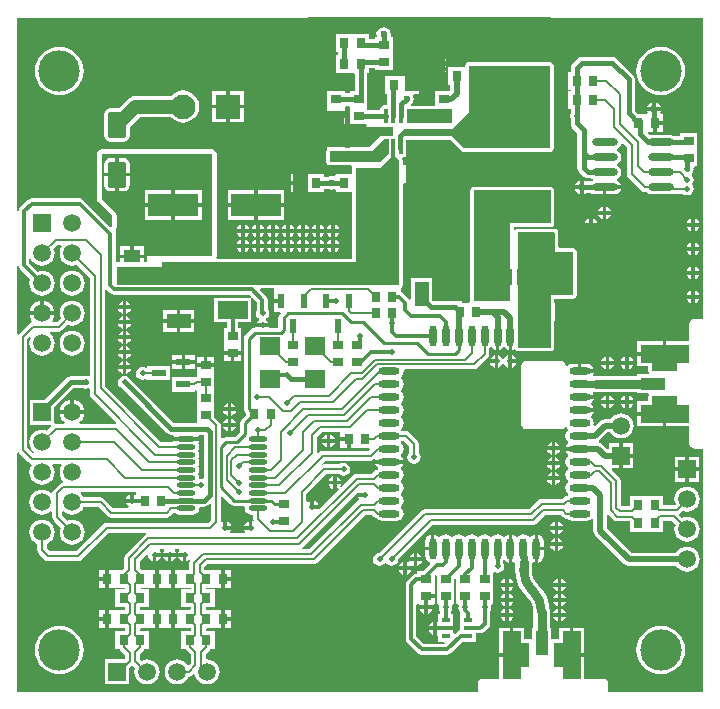
<source format=gtl>
G04 Layer_Physical_Order=1*
G04 Layer_Color=255*
%FSLAX25Y25*%
%MOIN*%
G70*
G01*
G75*
%ADD10C,0.03000*%
%ADD11R,0.03150X0.03543*%
%ADD12R,0.03543X0.03150*%
%ADD13R,0.05118X0.02362*%
%ADD14O,0.08661X0.02362*%
%ADD15R,0.04724X0.07874*%
%ADD16R,0.07087X0.06299*%
%ADD17R,0.02362X0.05118*%
G04:AMPARAMS|DCode=18|XSize=86.61mil|YSize=59.06mil|CornerRadius=7.38mil|HoleSize=0mil|Usage=FLASHONLY|Rotation=270.000|XOffset=0mil|YOffset=0mil|HoleType=Round|Shape=RoundedRectangle|*
%AMROUNDEDRECTD18*
21,1,0.08661,0.04429,0,0,270.0*
21,1,0.07185,0.05906,0,0,270.0*
1,1,0.01476,-0.02215,-0.03593*
1,1,0.01476,-0.02215,0.03593*
1,1,0.01476,0.02215,0.03593*
1,1,0.01476,0.02215,-0.03593*
%
%ADD18ROUNDEDRECTD18*%
%ADD19R,0.08000X0.04000*%
%ADD20R,0.16000X0.06000*%
%ADD21R,0.10236X0.08661*%
%ADD22R,0.04331X0.05512*%
%ADD23R,0.04331X0.06693*%
G04:AMPARAMS|DCode=24|XSize=15.75mil|YSize=47.24mil|CornerRadius=3.94mil|HoleSize=0mil|Usage=FLASHONLY|Rotation=0.000|XOffset=0mil|YOffset=0mil|HoleType=Round|Shape=RoundedRectangle|*
%AMROUNDEDRECTD24*
21,1,0.01575,0.03937,0,0,0.0*
21,1,0.00787,0.04724,0,0,0.0*
1,1,0.00787,0.00394,-0.01969*
1,1,0.00787,-0.00394,-0.01969*
1,1,0.00787,-0.00394,0.01969*
1,1,0.00787,0.00394,0.01969*
%
%ADD24ROUNDEDRECTD24*%
G04:AMPARAMS|DCode=25|XSize=70.87mil|YSize=94.49mil|CornerRadius=17.72mil|HoleSize=0mil|Usage=FLASHONLY|Rotation=270.000|XOffset=0mil|YOffset=0mil|HoleType=Round|Shape=RoundedRectangle|*
%AMROUNDEDRECTD25*
21,1,0.07087,0.05906,0,0,270.0*
21,1,0.03543,0.09449,0,0,270.0*
1,1,0.03543,-0.02953,-0.01772*
1,1,0.03543,-0.02953,0.01772*
1,1,0.03543,0.02953,0.01772*
1,1,0.03543,0.02953,-0.01772*
%
%ADD25ROUNDEDRECTD25*%
%ADD26R,0.08268X0.05000*%
%ADD27O,0.06299X0.01772*%
%ADD28R,0.16535X0.07480*%
%ADD29R,0.10236X0.05906*%
%ADD30R,0.05512X0.04331*%
%ADD31R,0.02953X0.01575*%
%ADD32R,0.04000X0.08000*%
%ADD33R,0.06000X0.16000*%
%ADD34O,0.02362X0.07087*%
%ADD35O,0.07087X0.02362*%
%ADD36C,0.04528*%
%ADD37C,0.01181*%
%ADD38C,0.00787*%
%ADD39C,0.00984*%
%ADD40C,0.01575*%
%ADD41C,0.02362*%
%ADD42C,0.01969*%
%ADD43R,0.05906X0.05906*%
%ADD44C,0.05906*%
%ADD45C,0.13780*%
%ADD46R,0.05906X0.05906*%
%ADD47R,0.08268X0.08268*%
%ADD48C,0.08268*%
%ADD49C,0.01969*%
%ADD50C,0.02362*%
G36*
X179300Y183000D02*
X150800D01*
X146800Y187000D01*
X130800D01*
X130300Y186500D01*
Y182500D01*
X128800D01*
Y187500D01*
X130300Y189000D01*
X130800Y189500D01*
X146800D01*
X152300Y195000D01*
Y210500D01*
X179300D01*
Y183000D01*
D02*
G37*
G36*
X179500Y226286D02*
X230286D01*
Y126214D01*
X227500D01*
X226844Y126084D01*
X226288Y125712D01*
X225917Y125156D01*
X225786Y124500D01*
Y118681D01*
X218091D01*
Y117000D01*
X221500D01*
Y108694D01*
X213300D01*
Y113909D01*
X208319D01*
Y110319D01*
X212096D01*
Y108694D01*
X212188Y108233D01*
X212222Y108181D01*
X211955Y107681D01*
X208319D01*
Y107204D01*
X194500D01*
X193863Y107120D01*
X193714Y107261D01*
X193547Y107549D01*
X193780Y107897D01*
X193846Y108228D01*
X189193D01*
Y108819D01*
X188602D01*
Y111227D01*
X186831D01*
X185909Y111044D01*
X185128Y110522D01*
X185101Y110482D01*
X184682Y110573D01*
X184594Y110624D01*
X184486Y111169D01*
X184159Y111658D01*
X183668Y111986D01*
X183091Y112101D01*
X171280D01*
X170702Y111986D01*
X170212Y111658D01*
X169884Y111169D01*
X169770Y110591D01*
Y90906D01*
X169884Y90328D01*
X170212Y89838D01*
X170702Y89510D01*
X171280Y89395D01*
X183091D01*
X183668Y89510D01*
X184159Y89838D01*
X184327Y90091D01*
X184914Y90113D01*
X185128Y89793D01*
X185445Y89581D01*
Y89081D01*
X185128Y88868D01*
X184606Y88087D01*
X184422Y87165D01*
X184606Y86244D01*
X185128Y85462D01*
X185445Y85250D01*
Y84750D01*
X185128Y84538D01*
X184606Y83756D01*
X184540Y83425D01*
X189193D01*
Y82244D01*
X184540D01*
X184606Y81913D01*
X185128Y81132D01*
X185445Y80919D01*
Y80419D01*
X185128Y80207D01*
X184606Y79426D01*
X184422Y78504D01*
X184606Y77582D01*
X185128Y76801D01*
X185445Y76589D01*
Y76089D01*
X185128Y75876D01*
X184606Y75095D01*
X184422Y74173D01*
X184606Y73252D01*
X185128Y72470D01*
X185445Y72258D01*
Y71758D01*
X185128Y71546D01*
X184606Y70764D01*
X184422Y69843D01*
X184606Y68921D01*
X185128Y68139D01*
X185445Y67927D01*
Y67427D01*
X185128Y67215D01*
X185063Y67118D01*
X185000D01*
X185000Y67118D01*
X184386Y66995D01*
X183865Y66647D01*
X183323Y66106D01*
X176500D01*
X176500Y66106D01*
X175886Y65983D01*
X175365Y65635D01*
X175365Y65635D01*
X172335Y62606D01*
X137500D01*
X136886Y62484D01*
X136365Y62135D01*
X136365Y62135D01*
X122421Y48192D01*
X121655Y48040D01*
X120939Y47561D01*
X120460Y46845D01*
X120292Y46000D01*
X120460Y45155D01*
X120939Y44439D01*
X121655Y43960D01*
X122500Y43792D01*
X123345Y43960D01*
X124061Y44439D01*
X124250Y44722D01*
X124750D01*
X124939Y44439D01*
X125655Y43960D01*
X126500Y43792D01*
X127345Y43960D01*
X128061Y44439D01*
X128540Y45155D01*
X128692Y45921D01*
X140165Y57394D01*
X173500D01*
X173500Y57394D01*
X174115Y57517D01*
X174635Y57865D01*
X177665Y60894D01*
X182835D01*
X183684Y60046D01*
X183684Y60046D01*
X184204Y59698D01*
X184819Y59575D01*
X185063D01*
X185128Y59478D01*
X185909Y58956D01*
X186831Y58773D01*
X191555D01*
X192477Y58956D01*
X193258Y59478D01*
X193292Y59529D01*
X193792Y59377D01*
Y55500D01*
X193960Y54655D01*
X194439Y53939D01*
X203939Y44439D01*
X204655Y43960D01*
X205500Y43792D01*
X221483D01*
X222052Y43052D01*
X222915Y42389D01*
X223921Y41973D01*
X225000Y41831D01*
X226079Y41973D01*
X227085Y42389D01*
X227948Y43052D01*
X228611Y43915D01*
X229028Y44921D01*
X229170Y46000D01*
X229028Y47079D01*
X228611Y48085D01*
X227948Y48948D01*
X227085Y49611D01*
X226079Y50028D01*
X225000Y50170D01*
X223921Y50028D01*
X222915Y49611D01*
X222052Y48948D01*
X221483Y48208D01*
X206415D01*
X198208Y56415D01*
Y60787D01*
X198708Y60994D01*
X200624Y59077D01*
X200624Y59077D01*
X201145Y58729D01*
X201760Y58607D01*
X205866D01*
X205988Y58485D01*
Y55047D01*
X211000D01*
X211500Y55047D01*
X212000Y55047D01*
X217012D01*
Y58894D01*
X219835D01*
X221171Y57558D01*
X220973Y57079D01*
X220830Y56000D01*
X220973Y54921D01*
X221389Y53915D01*
X222052Y53052D01*
X222915Y52389D01*
X223921Y51973D01*
X225000Y51831D01*
X226079Y51973D01*
X227085Y52389D01*
X227948Y53052D01*
X228611Y53915D01*
X229028Y54921D01*
X229170Y56000D01*
X229028Y57079D01*
X228611Y58085D01*
X227948Y58948D01*
X227085Y59611D01*
X226079Y60027D01*
X225000Y60170D01*
X223921Y60027D01*
X223442Y59829D01*
X222477Y60794D01*
X222526Y61291D01*
X222635Y61365D01*
X223442Y62171D01*
X223921Y61973D01*
X225000Y61831D01*
X226079Y61973D01*
X227085Y62389D01*
X227948Y63052D01*
X228611Y63915D01*
X229028Y64921D01*
X229170Y66000D01*
X229028Y67079D01*
X228611Y68085D01*
X227948Y68948D01*
X227085Y69611D01*
X226079Y70028D01*
X225000Y70170D01*
X223921Y70028D01*
X222915Y69611D01*
X222052Y68948D01*
X221389Y68085D01*
X220973Y67079D01*
X220830Y66000D01*
X220973Y64921D01*
X221171Y64442D01*
X220835Y64106D01*
X217012D01*
Y66953D01*
X212000D01*
X211500Y66953D01*
X211000Y66953D01*
X205988D01*
Y63606D01*
X203165D01*
X202893Y63878D01*
Y72185D01*
X202771Y72800D01*
X202423Y73321D01*
X202423Y73321D01*
X199839Y75904D01*
X200031Y76366D01*
X202410D01*
Y80500D01*
Y84634D01*
X198866D01*
Y82824D01*
X198366Y82756D01*
X196727Y84396D01*
X196010Y84874D01*
X195643Y84947D01*
X195538Y85478D01*
X195727Y85604D01*
X198415Y88292D01*
X199484D01*
X200052Y87552D01*
X200915Y86889D01*
X201921Y86473D01*
X203000Y86330D01*
X204079Y86473D01*
X205085Y86889D01*
X205948Y87552D01*
X206611Y88415D01*
X207028Y89421D01*
X207170Y90500D01*
X207028Y91579D01*
X206611Y92585D01*
X205948Y93448D01*
X205085Y94111D01*
X204079Y94528D01*
X203000Y94670D01*
X201921Y94528D01*
X200915Y94111D01*
X200052Y93448D01*
X199484Y92708D01*
X197500D01*
X196655Y92540D01*
X195939Y92061D01*
X194357Y90479D01*
X193812Y90590D01*
X193789Y90618D01*
X193964Y91496D01*
X193780Y92418D01*
X193258Y93199D01*
X192940Y93411D01*
Y93911D01*
X193258Y94124D01*
X193780Y94905D01*
X193846Y95236D01*
X189193D01*
Y96417D01*
X193846D01*
X193780Y96749D01*
X193258Y97530D01*
X192940Y97742D01*
Y98242D01*
X193258Y98454D01*
X193780Y99236D01*
X193846Y99567D01*
X189193D01*
Y100748D01*
X193846D01*
X193780Y101079D01*
X193526Y101461D01*
X193731Y101780D01*
X193845Y101882D01*
X194500Y101796D01*
X208319D01*
Y101319D01*
X211959D01*
X212226Y100819D01*
X212188Y100761D01*
X212096Y100300D01*
Y98681D01*
X208319D01*
Y95091D01*
X213300D01*
Y100300D01*
X221500D01*
Y92000D01*
X218091D01*
Y90319D01*
X225786D01*
Y84500D01*
X225917Y83844D01*
X226288Y83288D01*
X226844Y82916D01*
X227500Y82786D01*
X230286D01*
Y1714D01*
X198714D01*
Y4500D01*
X198584Y5156D01*
X198212Y5712D01*
X197656Y6084D01*
X197000Y6214D01*
X190681D01*
Y13409D01*
X189000D01*
Y10000D01*
X180694D01*
Y18200D01*
X185909D01*
Y23181D01*
X182319D01*
Y19404D01*
X180694D01*
X180233Y19313D01*
X180181Y19278D01*
X179681Y19545D01*
Y23181D01*
X179204D01*
Y28565D01*
X179219D01*
X179068Y30476D01*
X178621Y32341D01*
X177887Y34112D01*
X176885Y35747D01*
X175640Y37205D01*
X175640Y37205D01*
X175276Y37548D01*
X175197Y37627D01*
X174885Y37998D01*
X174347Y38654D01*
X173718Y39830D01*
X173331Y41106D01*
X173203Y42407D01*
X173207Y42433D01*
Y44842D01*
X173644Y45152D01*
X173901Y44980D01*
X174232Y44914D01*
Y49567D01*
Y54220D01*
X173901Y54154D01*
X173120Y53632D01*
X172907Y53315D01*
X172407D01*
X172195Y53632D01*
X171414Y54154D01*
X170492Y54338D01*
X169571Y54154D01*
X168789Y53632D01*
X168577Y53315D01*
X168077D01*
X167865Y53632D01*
X167083Y54154D01*
X166752Y54220D01*
Y49567D01*
Y44914D01*
X167083Y44980D01*
X167369Y45170D01*
X167798Y44856D01*
Y42433D01*
X167784D01*
X167934Y40521D01*
X168382Y38657D01*
X169115Y36886D01*
X170117Y35251D01*
X171362Y33793D01*
X171362Y33793D01*
X171726Y33450D01*
X171805Y33370D01*
X172117Y33000D01*
X172655Y32344D01*
X173284Y31168D01*
X173671Y29892D01*
X173799Y28591D01*
X173796Y28565D01*
Y23181D01*
X173319D01*
Y19541D01*
X172819Y19274D01*
X172761Y19313D01*
X172300Y19404D01*
X170681D01*
Y23181D01*
X167091D01*
Y18200D01*
X172300D01*
Y10000D01*
X164000D01*
Y13409D01*
X162319D01*
Y6214D01*
X157000D01*
X156344Y6084D01*
X155788Y5712D01*
X155417Y5156D01*
X155286Y4500D01*
Y1714D01*
X1714D01*
Y81438D01*
X2214Y81590D01*
X2365Y81365D01*
X5365Y78365D01*
X5886Y78017D01*
X6396Y77915D01*
X6662Y77481D01*
X6672Y77454D01*
X6389Y77085D01*
X5973Y76079D01*
X5830Y75000D01*
X5973Y73921D01*
X6389Y72915D01*
X7052Y72052D01*
X7915Y71389D01*
X8921Y70973D01*
X10000Y70831D01*
X11079Y70973D01*
X12085Y71389D01*
X12948Y72052D01*
X13611Y72915D01*
X14028Y73921D01*
X14170Y75000D01*
X14028Y76079D01*
X13611Y77085D01*
X13334Y77446D01*
X13555Y77894D01*
X16445D01*
X16666Y77446D01*
X16389Y77085D01*
X15973Y76079D01*
X15831Y75000D01*
X15973Y73921D01*
X16389Y72915D01*
X17010Y72106D01*
X17007Y71946D01*
X16850Y71576D01*
X16386Y71483D01*
X15865Y71135D01*
X15865Y71135D01*
X13865Y69135D01*
X13517Y68615D01*
X13424Y68150D01*
X13054Y67993D01*
X12894Y67990D01*
X12085Y68611D01*
X11079Y69028D01*
X10000Y69170D01*
X8921Y69028D01*
X7915Y68611D01*
X7052Y67948D01*
X6389Y67085D01*
X5973Y66079D01*
X5830Y65000D01*
X5973Y63921D01*
X6389Y62915D01*
X7052Y62052D01*
X7915Y61389D01*
X8921Y60973D01*
X10000Y60830D01*
X11079Y60973D01*
X12085Y61389D01*
X12894Y62010D01*
X13394Y61901D01*
X13394Y61900D01*
Y60000D01*
X13394Y60000D01*
X13517Y59386D01*
X13865Y58865D01*
X16171Y56558D01*
X15973Y56079D01*
X15831Y55000D01*
X15973Y53921D01*
X16389Y52915D01*
X17052Y52052D01*
X17915Y51389D01*
X18921Y50973D01*
X20000Y50831D01*
X21079Y50973D01*
X22085Y51389D01*
X22948Y52052D01*
X23611Y52915D01*
X24027Y53921D01*
X24170Y55000D01*
X24027Y56079D01*
X23611Y57085D01*
X22948Y57948D01*
X22085Y58611D01*
X21079Y59027D01*
X20000Y59170D01*
X18921Y59027D01*
X18442Y58829D01*
X16606Y60665D01*
Y61900D01*
X16607Y61901D01*
X17106Y62010D01*
X17915Y61389D01*
X18921Y60973D01*
X20000Y60830D01*
X21079Y60973D01*
X22085Y61389D01*
X22948Y62052D01*
X23611Y62915D01*
X23809Y63394D01*
X28835D01*
X31865Y60365D01*
X31865Y60365D01*
X32386Y60017D01*
X33000Y59894D01*
X33000Y59894D01*
X51500D01*
X51500Y59894D01*
X52114Y60017D01*
X52635Y60365D01*
X53649Y61379D01*
X54411D01*
X54922Y61037D01*
X55728Y60877D01*
X60256D01*
X61062Y61037D01*
X61746Y61494D01*
X62203Y62178D01*
X62363Y62984D01*
X62330Y63150D01*
X62648Y63536D01*
X64043D01*
X64811Y63689D01*
X65463Y64124D01*
X65933Y64594D01*
X66394Y64403D01*
Y59165D01*
X65335Y58106D01*
X31500D01*
X31500Y58106D01*
X30886Y57983D01*
X30365Y57635D01*
X21335Y48606D01*
X12665D01*
X11606Y49665D01*
Y51191D01*
X12085Y51389D01*
X12948Y52052D01*
X13611Y52915D01*
X14028Y53921D01*
X14170Y55000D01*
X14028Y56079D01*
X13611Y57085D01*
X12948Y57948D01*
X12085Y58611D01*
X11079Y59027D01*
X10000Y59170D01*
X8921Y59027D01*
X7915Y58611D01*
X7052Y57948D01*
X6389Y57085D01*
X5973Y56079D01*
X5830Y55000D01*
X5973Y53921D01*
X6389Y52915D01*
X7052Y52052D01*
X7915Y51389D01*
X8394Y51191D01*
Y49000D01*
X8394Y49000D01*
X8517Y48386D01*
X8865Y47865D01*
X10865Y45865D01*
X10865Y45865D01*
X11386Y45517D01*
X12000Y45394D01*
X12000Y45394D01*
X22000D01*
X22000Y45394D01*
X22614Y45517D01*
X23135Y45865D01*
X32165Y54894D01*
X44573D01*
X44725Y54394D01*
X44337Y54135D01*
X37865Y47663D01*
X37517Y47142D01*
X37394Y46528D01*
X37394Y46528D01*
Y43165D01*
X36682Y42453D01*
X34500Y42453D01*
X34000Y42453D01*
X32335D01*
Y39500D01*
Y36547D01*
X34000D01*
X34500Y36547D01*
X35000Y36547D01*
X37601D01*
Y35953D01*
X34488D01*
Y30047D01*
X37601D01*
Y29306D01*
X37247Y28953D01*
X34500Y28953D01*
X34000Y28953D01*
X32335D01*
Y26000D01*
Y23047D01*
X34000D01*
X34500Y23047D01*
X35000Y23047D01*
X37601D01*
Y21953D01*
X34488D01*
Y16047D01*
X35876D01*
X36109Y15699D01*
X37601Y14207D01*
Y12665D01*
X37569Y12634D01*
X30866D01*
Y4366D01*
X39134D01*
Y9657D01*
X39850Y10373D01*
X40350D01*
X41023Y9700D01*
X40973Y9579D01*
X40830Y8500D01*
X40973Y7421D01*
X41389Y6415D01*
X42052Y5552D01*
X42915Y4889D01*
X43921Y4473D01*
X45000Y4330D01*
X46079Y4473D01*
X47085Y4889D01*
X47948Y5552D01*
X48611Y6415D01*
X49027Y7421D01*
X49170Y8500D01*
X49027Y9579D01*
X48611Y10585D01*
X47948Y11448D01*
X47085Y12111D01*
X46079Y12528D01*
X45000Y12670D01*
X43921Y12528D01*
X43084Y12181D01*
X42599Y12665D01*
Y14407D01*
X43891Y15699D01*
X43891Y15699D01*
X44124Y16047D01*
X45512D01*
Y21953D01*
X42599D01*
Y22694D01*
X42953Y23047D01*
X45500Y23047D01*
X46000Y23047D01*
X47665D01*
Y26000D01*
Y28953D01*
X46000D01*
X45500Y28953D01*
X45000Y28953D01*
X42599D01*
Y30047D01*
X45512D01*
Y35953D01*
X43066D01*
X42858Y36453D01*
X42953Y36547D01*
X45500Y36547D01*
X46000Y36547D01*
X47665D01*
Y39500D01*
Y42453D01*
X46000D01*
X45500Y42453D01*
X45000Y42453D01*
X43318D01*
X42606Y43165D01*
Y45335D01*
X44834Y47563D01*
X45323Y47345D01*
X45460Y46655D01*
X45939Y45939D01*
X46655Y45460D01*
X46909Y45410D01*
Y47500D01*
X47500D01*
Y48091D01*
X49590D01*
X49540Y48345D01*
X49173Y48894D01*
X49394Y49394D01*
X50606D01*
X50827Y48894D01*
X50460Y48345D01*
X50410Y48091D01*
X54590D01*
X54540Y48345D01*
X54173Y48894D01*
X54394Y49394D01*
X55606D01*
X55827Y48894D01*
X55460Y48345D01*
X55410Y48091D01*
X57500D01*
Y47500D01*
X58091D01*
Y45410D01*
X58345Y45460D01*
X59061Y45939D01*
X59399Y45609D01*
X59229Y45355D01*
X59107Y44740D01*
X59107Y44740D01*
Y42806D01*
X58753Y42453D01*
X56500Y42453D01*
X56000Y42453D01*
X54335D01*
Y39500D01*
Y36547D01*
X56000D01*
X56500Y36547D01*
X57000Y36547D01*
X59501D01*
Y35953D01*
X56488D01*
Y30047D01*
X59501D01*
Y29306D01*
X59147Y28953D01*
X56500Y28953D01*
X56000Y28953D01*
X54335D01*
Y26000D01*
Y23047D01*
X56000D01*
X56500Y23047D01*
X57000Y23047D01*
X59501D01*
Y21953D01*
X56488D01*
Y16047D01*
X57876D01*
X58109Y15699D01*
X59501Y14307D01*
Y11271D01*
X59031Y10802D01*
X58392Y10870D01*
X57948Y11448D01*
X57085Y12111D01*
X56079Y12528D01*
X55000Y12670D01*
X53921Y12528D01*
X52915Y12111D01*
X52052Y11448D01*
X51389Y10585D01*
X50973Y9579D01*
X50831Y8500D01*
X50973Y7421D01*
X51389Y6415D01*
X52052Y5552D01*
X52915Y4889D01*
X53921Y4473D01*
X55000Y4330D01*
X56079Y4473D01*
X57085Y4889D01*
X57948Y5552D01*
X58611Y6415D01*
X58809Y6894D01*
X59000D01*
X59000Y6894D01*
X59614Y7017D01*
X60135Y7365D01*
X60482Y7711D01*
X60956Y7551D01*
X60973Y7421D01*
X61389Y6415D01*
X62052Y5552D01*
X62915Y4889D01*
X63921Y4473D01*
X65000Y4330D01*
X66079Y4473D01*
X67085Y4889D01*
X67948Y5552D01*
X68611Y6415D01*
X69028Y7421D01*
X69170Y8500D01*
X69028Y9579D01*
X68611Y10585D01*
X67948Y11448D01*
X67085Y12111D01*
X66079Y12528D01*
X65000Y12670D01*
X64875Y12653D01*
X64499Y12983D01*
Y14307D01*
X65891Y15699D01*
X65891Y15699D01*
X66124Y16047D01*
X67512D01*
Y21953D01*
X64499D01*
Y22694D01*
X64853Y23047D01*
X67500Y23047D01*
X68000Y23047D01*
X69665D01*
Y26000D01*
Y28953D01*
X68000D01*
X67500Y28953D01*
X67000Y28953D01*
X64499D01*
Y30047D01*
X67512D01*
Y35953D01*
X64966D01*
X64758Y36453D01*
X64853Y36547D01*
X67500Y36547D01*
X68000Y36547D01*
X69665D01*
Y39500D01*
Y42453D01*
X68000D01*
X67500Y42453D01*
X67000Y42453D01*
X64106D01*
Y43335D01*
X65165Y44394D01*
X100547D01*
X100547Y44394D01*
X101162Y44517D01*
X101683Y44865D01*
X117665Y60847D01*
X119933D01*
X120735Y60046D01*
X121256Y59698D01*
X121647Y59620D01*
X121742Y59478D01*
X122523Y58956D01*
X123445Y58773D01*
X128169D01*
X129091Y58956D01*
X129872Y59478D01*
X130394Y60259D01*
X130578Y61181D01*
X130394Y62103D01*
X129872Y62884D01*
X129555Y63096D01*
Y63596D01*
X129872Y63809D01*
X130394Y64590D01*
X130578Y65512D01*
X130394Y66434D01*
X129872Y67215D01*
X129555Y67427D01*
Y67927D01*
X129872Y68139D01*
X130394Y68921D01*
X130578Y69843D01*
X130394Y70764D01*
X129872Y71546D01*
X129555Y71758D01*
Y72258D01*
X129872Y72470D01*
X130394Y73252D01*
X130578Y74173D01*
X130394Y75095D01*
X129872Y75876D01*
X129555Y76089D01*
Y76589D01*
X129872Y76801D01*
X130394Y77582D01*
X130460Y77913D01*
X121154D01*
X121220Y77582D01*
X121742Y76801D01*
X122060Y76589D01*
Y76089D01*
X121742Y75876D01*
X121647Y75735D01*
X121256Y75657D01*
X120735Y75309D01*
X120735Y75309D01*
X119933Y74507D01*
X114874D01*
X114259Y74385D01*
X113739Y74037D01*
X113739Y74037D01*
X109798Y70096D01*
X109409Y70415D01*
X109630Y70746D01*
X109681Y71000D01*
X108181D01*
Y69500D01*
X108435Y69551D01*
X108766Y69772D01*
X109085Y69384D01*
X102597Y62896D01*
X102572Y62910D01*
X100000D01*
Y63500D01*
X99410D01*
Y65590D01*
X99155Y65540D01*
X98606Y65173D01*
X98106Y65394D01*
Y67835D01*
X104665Y74394D01*
X109005D01*
X109655Y73960D01*
X110500Y73792D01*
X111345Y73960D01*
X112061Y74439D01*
X112540Y75155D01*
X112708Y76000D01*
X112540Y76845D01*
X112061Y77561D01*
X111345Y78040D01*
X110500Y78208D01*
X109655Y78040D01*
X109005Y77606D01*
X104000D01*
X103480Y77502D01*
X103250Y77777D01*
X103185Y77915D01*
X104165Y78894D01*
X119500D01*
X119500Y78894D01*
X120115Y79017D01*
X120635Y79365D01*
X120713Y79443D01*
X121174Y79196D01*
X121154Y79094D01*
X130460D01*
X130394Y79426D01*
X129872Y80207D01*
X129555Y80419D01*
Y80919D01*
X129872Y81132D01*
X130394Y81913D01*
X130578Y82835D01*
X130394Y83756D01*
X129872Y84538D01*
X129555Y84750D01*
Y85250D01*
X129872Y85462D01*
X129938Y85560D01*
X130670D01*
X132394Y83835D01*
Y81495D01*
X131960Y80845D01*
X131792Y80000D01*
X131960Y79155D01*
X132439Y78439D01*
X133155Y77960D01*
X134000Y77792D01*
X134845Y77960D01*
X135561Y78439D01*
X136040Y79155D01*
X136208Y80000D01*
X136040Y80845D01*
X135606Y81495D01*
Y84500D01*
X135606Y84500D01*
X135484Y85115D01*
X135135Y85635D01*
X135135Y85635D01*
X132470Y88301D01*
X131949Y88649D01*
X131335Y88771D01*
X131335Y88771D01*
X129938D01*
X129872Y88868D01*
X129555Y89081D01*
Y89581D01*
X129872Y89793D01*
X130394Y90574D01*
X130578Y91496D01*
X130394Y92418D01*
X129872Y93199D01*
X129555Y93411D01*
Y93911D01*
X129872Y94124D01*
X130394Y94905D01*
X130578Y95827D01*
X130394Y96749D01*
X129872Y97530D01*
X129555Y97742D01*
Y98242D01*
X129872Y98454D01*
X130394Y99236D01*
X130578Y100157D01*
X130394Y101079D01*
X129872Y101861D01*
X129555Y102073D01*
Y102573D01*
X129872Y102785D01*
X130394Y103567D01*
X130578Y104488D01*
X130394Y105410D01*
X129872Y106191D01*
X129555Y106404D01*
Y106904D01*
X129872Y107116D01*
X130394Y107897D01*
X130578Y108819D01*
X130540Y109008D01*
X130857Y109394D01*
X154000D01*
X154000Y109394D01*
X154614Y109517D01*
X155135Y109865D01*
X158635Y113365D01*
X158635Y113365D01*
X158984Y113886D01*
X159106Y114500D01*
X159106Y114500D01*
Y116303D01*
X159203Y116368D01*
X159415Y116686D01*
X159915D01*
X160128Y116368D01*
X160909Y115846D01*
X161240Y115780D01*
Y120433D01*
X162421D01*
Y115780D01*
X162752Y115846D01*
X163534Y116368D01*
X163746Y116686D01*
X164246D01*
X164458Y116368D01*
X165240Y115846D01*
X165571Y115780D01*
Y120433D01*
X166752D01*
Y115780D01*
X167083Y115846D01*
X167142Y115885D01*
X167648Y116002D01*
X167649Y116002D01*
X167931Y115720D01*
X168014Y115664D01*
X168083Y115591D01*
X168083Y115591D01*
X168100Y115583D01*
X168114Y115570D01*
X168223Y115524D01*
X168322Y115459D01*
X168345Y115454D01*
X168345Y115454D01*
X168473Y115401D01*
X168473Y115401D01*
X168493Y115387D01*
X168609Y115364D01*
X168719Y115319D01*
X168738D01*
X168756Y115312D01*
X168756Y115312D01*
X168856Y115315D01*
X168954Y115296D01*
X179400D01*
X179516Y115319D01*
X179634Y115319D01*
X179662Y115330D01*
X179692Y115332D01*
X179692Y115332D01*
X179773Y115370D01*
X179860Y115387D01*
X179888Y115406D01*
X179888Y115406D01*
X179927Y115422D01*
X179927Y115422D01*
X179927Y115422D01*
X179998Y115469D01*
X180069Y115499D01*
X180096Y115517D01*
X180107Y115528D01*
X180117Y115533D01*
X180154Y115574D01*
X180317Y115683D01*
X180317Y115683D01*
X180317Y115683D01*
X180396Y115801D01*
X180410Y115811D01*
X180435Y115856D01*
X180483Y115904D01*
X180501Y115931D01*
X180531Y116003D01*
X180578Y116074D01*
X180578Y116074D01*
X180578Y116074D01*
X180594Y116112D01*
X180613Y116140D01*
X180621Y116182D01*
X180642Y116220D01*
X180642Y116220D01*
X180652Y116295D01*
X180681Y116366D01*
X180681Y116484D01*
X180704Y116601D01*
X180704Y125547D01*
X181000D01*
Y131511D01*
X180705Y131806D01*
X180704Y131806D01*
Y132796D01*
X186900D01*
X187016Y132819D01*
X187134Y132819D01*
X187162Y132830D01*
X187192Y132832D01*
X187192Y132832D01*
X187273Y132870D01*
X187360Y132887D01*
X187388Y132906D01*
X187388Y132906D01*
X187426Y132922D01*
X187426Y132922D01*
X187426Y132922D01*
X187497Y132969D01*
X187569Y132999D01*
X187596Y133017D01*
X187607Y133028D01*
X187617Y133033D01*
X187654Y133074D01*
X187817Y133183D01*
X187817Y133183D01*
X187817Y133183D01*
X187928Y133349D01*
X187928Y133349D01*
X187928Y133349D01*
X187983Y133404D01*
X188001Y133431D01*
X188031Y133502D01*
X188078Y133573D01*
X188078Y133574D01*
X188078Y133574D01*
X188094Y133612D01*
X188113Y133640D01*
X188136Y133756D01*
X188181Y133865D01*
X188181Y133984D01*
X188204Y134100D01*
Y148400D01*
X188181Y148516D01*
X188181Y148634D01*
X188170Y148662D01*
X188168Y148692D01*
X188168Y148692D01*
X188130Y148773D01*
X188113Y148860D01*
X188094Y148888D01*
X188094Y148888D01*
X188078Y148926D01*
X188078Y148926D01*
X188078Y148926D01*
X188031Y148997D01*
X188001Y149069D01*
X187983Y149096D01*
X187972Y149107D01*
X187968Y149117D01*
X187926Y149154D01*
X187817Y149317D01*
X187817Y149317D01*
X187817Y149317D01*
X187651Y149428D01*
X187651Y149428D01*
X187651Y149428D01*
X187596Y149483D01*
X187569Y149501D01*
X187498Y149531D01*
X187427Y149578D01*
X187426Y149578D01*
X187426Y149578D01*
X187388Y149594D01*
X187361Y149613D01*
X187244Y149636D01*
X187135Y149681D01*
X187016Y149681D01*
X186900Y149704D01*
X182204D01*
Y150000D01*
X182000D01*
Y155544D01*
X181931Y155619D01*
X181852Y155738D01*
X181773Y155791D01*
X181710Y155860D01*
X181580Y155920D01*
X181461Y155999D01*
X181369Y156018D01*
X181283Y156057D01*
X180829Y156167D01*
X180815Y156168D01*
X180803Y156173D01*
X180798Y156174D01*
X180675Y156177D01*
X180669Y156179D01*
X180658Y156181D01*
X180647D01*
X180541Y156202D01*
X180434D01*
X180423Y156204D01*
X168719D01*
X168574Y156175D01*
X168427Y156168D01*
X168427Y156168D01*
X168375Y156144D01*
X168318Y156135D01*
X168290Y156119D01*
X168258Y156113D01*
X168136Y156031D01*
X168002Y155968D01*
X167963Y155925D01*
X167914Y155895D01*
X167894Y155869D01*
X167868Y155852D01*
X167786Y155729D01*
X167704Y155639D01*
X167614Y155640D01*
X167204Y155756D01*
Y156796D01*
X179500D01*
X179961Y156887D01*
X180352Y157149D01*
X180613Y157539D01*
X180704Y158000D01*
Y169000D01*
X180613Y169461D01*
X180352Y169852D01*
X179961Y170113D01*
X179500Y170204D01*
X154000D01*
X153539Y170113D01*
X153148Y169852D01*
X152887Y169461D01*
X152796Y169000D01*
Y132000D01*
X152805Y131953D01*
X152465Y131538D01*
X152000Y131453D01*
X152000Y131453D01*
X150523D01*
X150031Y131473D01*
Y135409D01*
X150000D01*
Y132000D01*
X142500D01*
Y132007D01*
X140331D01*
X140043Y132295D01*
Y139606D01*
X132957D01*
Y132660D01*
X132457Y132509D01*
X132277Y132777D01*
X130277Y134777D01*
X129691Y135169D01*
X129512Y135205D01*
Y136422D01*
X129852Y136648D01*
X130113Y137039D01*
X130204Y137500D01*
Y150400D01*
Y171170D01*
X130500Y171547D01*
X131000Y171547D01*
X131400D01*
Y177453D01*
X131000D01*
X130500Y177453D01*
X130204Y177830D01*
Y179000D01*
X130204Y179000D01*
X130117Y179437D01*
X130115Y179466D01*
X130357Y179995D01*
X130626Y180048D01*
X130898Y180229D01*
X131169Y180048D01*
X131400Y180002D01*
Y185900D01*
X145600D01*
X145704Y185796D01*
X146301D01*
X149949Y182149D01*
X150339Y181887D01*
X150800Y181796D01*
X150800Y181796D01*
X179300D01*
X179761Y181887D01*
X180152Y182149D01*
X180413Y182539D01*
X180504Y183000D01*
Y210500D01*
X180413Y210961D01*
X180152Y211352D01*
X179761Y211613D01*
X179300Y211704D01*
X152300D01*
X151839Y211613D01*
X151449Y211352D01*
X151188Y210961D01*
X151096Y210500D01*
Y210413D01*
X151000Y209953D01*
X145488D01*
Y204047D01*
X146036D01*
Y202159D01*
X145890Y202012D01*
X141047D01*
Y197204D01*
X133216D01*
X133095Y197459D01*
X133085Y197718D01*
X133203Y197797D01*
X133725Y198578D01*
X133908Y199500D01*
X133725Y200422D01*
X133602Y200606D01*
X133838Y201047D01*
X135512D01*
Y202200D01*
X131000D01*
Y206500D01*
Y206953D01*
X130000D01*
Y206953D01*
X130000D01*
X130000Y206953D01*
X124488D01*
Y201047D01*
X125052D01*
Y197440D01*
X124894Y197310D01*
X124106D01*
X123492Y197188D01*
X122971Y196840D01*
X122623Y196319D01*
X122508Y195743D01*
X118806D01*
X118453Y196097D01*
X118453Y196500D01*
X118453Y197000D01*
Y202012D01*
X118263D01*
Y208047D01*
X119012D01*
Y209737D01*
X121047D01*
Y208988D01*
X126953D01*
Y214000D01*
X126953Y214500D01*
X126953Y215000D01*
Y220012D01*
X126622D01*
X126211Y220512D01*
X126309Y221000D01*
X126125Y221922D01*
X125603Y222703D01*
X124822Y223225D01*
X123900Y223409D01*
X122978Y223225D01*
X122197Y222703D01*
X121675Y221922D01*
X121492Y221000D01*
X121589Y220512D01*
X121178Y220012D01*
X121047D01*
Y219263D01*
X119012D01*
Y220953D01*
X114000D01*
X113500Y220953D01*
X113000Y220953D01*
X107988D01*
Y215047D01*
X108737D01*
Y213953D01*
X107988D01*
Y208047D01*
X113000D01*
X113500Y208047D01*
X113895Y208047D01*
X114249Y207694D01*
Y202012D01*
X112547D01*
Y201263D01*
X110953D01*
Y202012D01*
X105047D01*
Y197000D01*
X105047Y196500D01*
X105047Y196000D01*
Y195753D01*
X105300Y195500D01*
X110500D01*
Y194335D01*
X110953D01*
Y196000D01*
X110953Y196500D01*
X110953Y196895D01*
X111306Y197249D01*
X112194D01*
X112547Y196895D01*
X112547Y196500D01*
X112547Y196000D01*
Y190988D01*
X118072D01*
X118224Y190488D01*
X117797Y190203D01*
X117661Y190000D01*
X127000D01*
Y187000D01*
X122500D01*
X119000Y183500D01*
X112547D01*
Y183204D01*
X110953D01*
Y183500D01*
X105500D01*
X105047D01*
Y183000D01*
X105047Y183000D01*
X104943Y182543D01*
X104887Y182461D01*
X104796Y182000D01*
Y178500D01*
X104887Y178039D01*
X105047Y177800D01*
Y177488D01*
X105388D01*
X105539Y177387D01*
X106000Y177296D01*
X113077D01*
X113321Y176953D01*
X113374Y176796D01*
X113296Y176400D01*
Y174453D01*
X107988D01*
Y173948D01*
X107488Y173681D01*
X107422Y173725D01*
X106500Y173908D01*
X105578Y173725D01*
X105252Y173507D01*
X104012D01*
Y174453D01*
X99000D01*
X98700Y174453D01*
Y168547D01*
X99000Y168547D01*
X104012D01*
Y169493D01*
X105252D01*
X105578Y169275D01*
X106500Y169092D01*
X107422Y169275D01*
X107488Y169319D01*
X107988Y169052D01*
Y168547D01*
X113296D01*
Y146204D01*
X68418D01*
X68417Y146205D01*
X68272Y146321D01*
X68086Y146636D01*
X68079Y146704D01*
X68168Y147122D01*
X68171Y147292D01*
X68204Y147459D01*
Y181099D01*
X68082Y181713D01*
X67734Y182234D01*
X67213Y182582D01*
X66599Y182704D01*
X29901D01*
X29287Y182582D01*
X28766Y182234D01*
X28418Y181713D01*
X28296Y181099D01*
Y166166D01*
X28296Y166166D01*
X28418Y165552D01*
X28766Y165031D01*
X28766Y165031D01*
X33184Y160613D01*
X33267Y160489D01*
X33296Y160343D01*
Y157070D01*
X33279Y156983D01*
X33154Y156908D01*
X32789Y156857D01*
X32670Y156884D01*
X23777Y165777D01*
X23191Y166169D01*
X22500Y166306D01*
X6500D01*
X5809Y166169D01*
X5223Y165777D01*
X2723Y163277D01*
X2331Y162691D01*
X2214Y162103D01*
X1714Y162152D01*
Y226286D01*
X98286D01*
X98879Y226878D01*
X179500D01*
Y226286D01*
D02*
G37*
G36*
X109488Y86591D02*
X112244D01*
Y86000D01*
X112835D01*
Y83047D01*
X115000D01*
Y83047D01*
X115000D01*
X115000Y83047D01*
X119123D01*
X119315Y82585D01*
X118835Y82106D01*
X103500D01*
X103500Y82106D01*
X102886Y81984D01*
X102365Y81635D01*
X102087Y81358D01*
X101805Y81441D01*
X101606Y81584D01*
Y86835D01*
X103165Y88394D01*
X109488D01*
Y86591D01*
D02*
G37*
G36*
X146500Y191500D02*
X131500D01*
Y196000D01*
X146500D01*
Y191500D01*
D02*
G37*
G36*
X72750Y64337D02*
X73304Y63967D01*
X73957Y63837D01*
X77297D01*
X77707Y63337D01*
X77637Y62984D01*
X77797Y62178D01*
X78254Y61494D01*
X78938Y61037D01*
X79744Y60877D01*
X80402D01*
Y59492D01*
X80402Y59492D01*
X80504Y58980D01*
X80270Y58694D01*
X80119Y58585D01*
X80091Y58590D01*
Y56500D01*
X79500D01*
Y55910D01*
X77410D01*
X77460Y55655D01*
X77828Y55106D01*
X77606Y54606D01*
X72894D01*
X72673Y55106D01*
X73040Y55655D01*
X73090Y55910D01*
X71000D01*
Y56500D01*
X70410D01*
Y58590D01*
X70155Y58540D01*
X70106Y58507D01*
X69606Y58774D01*
Y66829D01*
X70068Y67020D01*
X72750Y64337D01*
D02*
G37*
G36*
X87398Y135874D02*
Y132724D01*
X89760D01*
Y131543D01*
X87398D01*
Y128394D01*
X89328D01*
X89519Y127932D01*
X89294Y127706D01*
X88924Y127153D01*
X88794Y126500D01*
Y123207D01*
X88793Y123206D01*
X85944D01*
X85777Y123409D01*
X81223D01*
X81122Y123286D01*
X80943Y123195D01*
X80347Y123076D01*
X79794Y122706D01*
X77794Y120706D01*
X77424Y120153D01*
X77294Y119500D01*
Y96244D01*
X77424Y95591D01*
X77794Y95038D01*
X77988Y94843D01*
Y94157D01*
X76538Y92706D01*
X76168Y92153D01*
X76038Y91500D01*
Y88451D01*
X74293Y86706D01*
X71244D01*
X70591Y86576D01*
X70106Y86252D01*
X69606Y86391D01*
Y90744D01*
X69484Y91359D01*
X69135Y91879D01*
X69135Y91879D01*
X67453Y93562D01*
Y96500D01*
X67453Y97000D01*
X67453Y97500D01*
Y102488D01*
Y107500D01*
X67453Y108000D01*
X67453Y108500D01*
Y110165D01*
X61547D01*
Y108500D01*
X61547Y108000D01*
X61547Y107500D01*
Y106811D01*
X61130Y106728D01*
X60874Y106622D01*
X60874Y106622D01*
X60874Y106622D01*
X53394D01*
Y101898D01*
X60874D01*
Y102241D01*
X61020Y102363D01*
X61216Y102353D01*
X61353Y102295D01*
X61547Y102091D01*
Y97500D01*
X61547Y97000D01*
X61547Y96500D01*
Y91507D01*
X53831D01*
X39551Y105787D01*
X39540Y105845D01*
X39061Y106561D01*
X38345Y107040D01*
X37500Y107208D01*
X36655Y107040D01*
X35939Y106561D01*
X35460Y105845D01*
X35292Y105000D01*
X35460Y104155D01*
X35939Y103439D01*
X36655Y102960D01*
X36713Y102949D01*
X51581Y88081D01*
X52232Y87646D01*
X53000Y87493D01*
X53699D01*
X53935Y87052D01*
X53781Y86822D01*
X53738Y86606D01*
X62246D01*
X62203Y86822D01*
X62049Y87052D01*
X62285Y87493D01*
X63993D01*
Y73158D01*
X63493Y72771D01*
X63000Y72869D01*
X62706Y72811D01*
X62352Y73164D01*
X62363Y73220D01*
X62203Y74027D01*
X61887Y74500D01*
X62203Y74973D01*
X62363Y75780D01*
X62203Y76586D01*
X61887Y77059D01*
X62203Y77532D01*
X62363Y78339D01*
X62203Y79145D01*
X61887Y79618D01*
X62203Y80091D01*
X62363Y80898D01*
X62203Y81704D01*
X61887Y82177D01*
X62203Y82650D01*
X62363Y83457D01*
X62203Y84263D01*
X61887Y84736D01*
X62203Y85209D01*
X62246Y85425D01*
X60955D01*
X60256Y85564D01*
X55728D01*
X55029Y85425D01*
X53605D01*
X53324Y85062D01*
X49708D01*
X31106Y103665D01*
Y135633D01*
X31606Y135840D01*
X32723Y134723D01*
X33309Y134331D01*
X34000Y134194D01*
X79252D01*
X79717Y133728D01*
X79510Y133228D01*
X79435Y133228D01*
X79435Y133228D01*
X79419Y133228D01*
X67201D01*
Y124961D01*
X71694D01*
Y123012D01*
X70547D01*
Y118000D01*
X70547Y117500D01*
X70547Y117000D01*
Y115335D01*
X76453D01*
Y117000D01*
X76453Y117500D01*
X76453Y118000D01*
Y123012D01*
X75306D01*
Y124961D01*
X79799D01*
X79799Y132848D01*
Y132864D01*
D01*
X79799Y132939D01*
X79927Y132992D01*
X80299Y133146D01*
X81653Y131793D01*
Y129133D01*
X81460Y128845D01*
X81292Y128000D01*
X81460Y127155D01*
X81939Y126439D01*
X82222Y126250D01*
Y125750D01*
X81939Y125561D01*
X81460Y124845D01*
X81410Y124591D01*
X85590D01*
X85540Y124845D01*
X85061Y125561D01*
X84778Y125750D01*
Y126250D01*
X85061Y126439D01*
X85540Y127155D01*
X85708Y128000D01*
X85540Y128845D01*
X85265Y129255D01*
Y132541D01*
X85128Y133232D01*
X84736Y133818D01*
X82721Y135834D01*
X82912Y136296D01*
X87209D01*
X87398Y135874D01*
D02*
G37*
G36*
X179500Y158000D02*
X166000D01*
Y132000D01*
X154000D01*
Y169000D01*
X179500D01*
Y158000D01*
D02*
G37*
G36*
X115000Y68091D02*
X117500D01*
Y66909D01*
X115410D01*
X115460Y66655D01*
X115731Y66250D01*
X115735Y66122D01*
X115646Y65729D01*
X115564Y65669D01*
X115124Y65376D01*
X99142Y49393D01*
X96830D01*
X96674Y49772D01*
X96664Y49893D01*
X114910Y68139D01*
X115000Y68091D01*
D02*
G37*
G36*
X125500Y181500D02*
X122500Y178500D01*
X106000D01*
Y182000D01*
X120000D01*
X124000Y186000D01*
X125500D01*
Y181500D01*
D02*
G37*
G36*
X127800Y180200D02*
X129000Y179000D01*
Y150400D01*
Y137500D01*
X35000D01*
Y143500D01*
X50000D01*
Y145000D01*
X114500D01*
Y176400D01*
X122600D01*
X126300Y180100D01*
Y185900D01*
Y186000D01*
X127800D01*
Y180200D01*
D02*
G37*
G36*
X16666Y150446D02*
X16389Y150085D01*
X15973Y149079D01*
X15831Y148000D01*
X15973Y146921D01*
X16389Y145915D01*
X17052Y145052D01*
X17915Y144389D01*
X18921Y143973D01*
X20000Y143831D01*
X21079Y143973D01*
X21558Y144171D01*
X25894Y139835D01*
Y107203D01*
X25453Y106967D01*
X25345Y107040D01*
X24500Y107208D01*
X23655Y107040D01*
X23606Y107007D01*
X19500D01*
X18732Y106854D01*
X18081Y106419D01*
X10796Y99134D01*
X5866D01*
Y90866D01*
X12888D01*
X13095Y90366D01*
X11558Y88829D01*
X11079Y89028D01*
X10000Y89170D01*
X8921Y89028D01*
X7915Y88611D01*
X7052Y87948D01*
X6389Y87085D01*
X5973Y86079D01*
X5830Y85000D01*
X5973Y83921D01*
X6389Y82915D01*
X7052Y82052D01*
X7326Y81842D01*
X7195Y81312D01*
X6994Y81277D01*
X5106Y83165D01*
Y119335D01*
X5843Y120072D01*
X6266Y119789D01*
X5973Y119079D01*
X5830Y118000D01*
X5973Y116921D01*
X6389Y115915D01*
X7052Y115052D01*
X7915Y114389D01*
X8921Y113973D01*
X10000Y113830D01*
X11079Y113973D01*
X12085Y114389D01*
X12948Y115052D01*
X13611Y115915D01*
X14028Y116921D01*
X14170Y118000D01*
X14028Y119079D01*
X13611Y120085D01*
X12948Y120948D01*
X12367Y121394D01*
X12537Y121894D01*
X15500D01*
X15500Y121894D01*
X16115Y122017D01*
X16635Y122365D01*
X18442Y124171D01*
X18921Y123973D01*
X20000Y123830D01*
X21079Y123973D01*
X22085Y124389D01*
X22948Y125052D01*
X23611Y125915D01*
X24027Y126921D01*
X24170Y128000D01*
X24027Y129079D01*
X23611Y130085D01*
X22948Y130948D01*
X22085Y131611D01*
X21079Y132027D01*
X20000Y132170D01*
X18921Y132027D01*
X17915Y131611D01*
X17052Y130948D01*
X16389Y130085D01*
X15973Y129079D01*
X15831Y128000D01*
X15973Y126921D01*
X16171Y126442D01*
X14835Y125106D01*
X13555D01*
X13334Y125554D01*
X13611Y125915D01*
X14028Y126921D01*
X14092Y127410D01*
X5908D01*
X5973Y126921D01*
X6389Y125915D01*
X6670Y125550D01*
X6487Y125004D01*
X6386Y124984D01*
X5865Y124635D01*
X5865Y124635D01*
X2365Y121135D01*
X2214Y120910D01*
X1714Y121062D01*
Y143848D01*
X2214Y143897D01*
X2331Y143309D01*
X2723Y142723D01*
X6088Y139358D01*
X5973Y139079D01*
X5830Y138000D01*
X5973Y136921D01*
X6389Y135915D01*
X7052Y135052D01*
X7915Y134389D01*
X8921Y133973D01*
X10000Y133830D01*
X11079Y133973D01*
X12085Y134389D01*
X12948Y135052D01*
X13611Y135915D01*
X14028Y136921D01*
X14170Y138000D01*
X14028Y139079D01*
X13611Y140085D01*
X12948Y140948D01*
X12085Y141611D01*
X11079Y142027D01*
X10000Y142170D01*
X8921Y142027D01*
X8642Y141912D01*
X5806Y144748D01*
Y146016D01*
X6306Y146115D01*
X6389Y145915D01*
X7052Y145052D01*
X7915Y144389D01*
X8921Y143973D01*
X10000Y143831D01*
X11079Y143973D01*
X12085Y144389D01*
X12948Y145052D01*
X13611Y145915D01*
X14028Y146921D01*
X14170Y148000D01*
X14028Y149079D01*
X13829Y149558D01*
X15165Y150894D01*
X16445D01*
X16666Y150446D01*
D02*
G37*
G36*
X180434Y154998D02*
X180541D01*
X180546Y154997D01*
X181000Y154887D01*
Y148500D01*
X186900D01*
X186927Y148482D01*
X186966Y148466D01*
X186982Y148427D01*
X187000Y148400D01*
X187000Y148400D01*
Y134100D01*
X186982Y134073D01*
X186966Y134034D01*
X186927Y134019D01*
X186900Y134000D01*
X186900Y134000D01*
X179500D01*
Y131806D01*
X179500Y131806D01*
X179500Y131806D01*
X179500Y116601D01*
X179500Y116601D01*
X179482Y116573D01*
X179466Y116534D01*
X179427Y116518D01*
X179400Y116500D01*
X179400Y116500D01*
X168954D01*
X168954Y116500D01*
X168934Y116513D01*
X168806Y116566D01*
X168783Y116571D01*
X168782Y116571D01*
X168500Y116854D01*
X168500Y116854D01*
X168500Y154542D01*
X168719Y155000D01*
X168719Y155000D01*
X180423D01*
X180434Y154998D01*
D02*
G37*
G36*
X66599Y147459D02*
X66500Y147000D01*
X66047Y147000D01*
X45000D01*
Y145106D01*
X43937D01*
Y146362D01*
X36063D01*
Y145106D01*
X35000D01*
X34708Y145345D01*
Y154500D01*
X34540Y155345D01*
X34500Y155404D01*
Y155880D01*
X34779Y156298D01*
X34901Y156912D01*
Y160501D01*
X34901Y160501D01*
X34779Y161116D01*
X34431Y161637D01*
X34431Y161637D01*
X29901Y166166D01*
Y181099D01*
X66599D01*
Y147459D01*
D02*
G37*
G36*
X25894Y102797D02*
Y101000D01*
X25894Y101000D01*
X26017Y100386D01*
X26365Y99865D01*
X34642Y91587D01*
X34559Y91305D01*
X34417Y91106D01*
X22537D01*
X22367Y91606D01*
X22948Y92052D01*
X23611Y92915D01*
X24027Y93921D01*
X24092Y94410D01*
X15908D01*
X15973Y93921D01*
X16389Y92915D01*
X17052Y92052D01*
X17633Y91606D01*
X17463Y91106D01*
X14500D01*
X14134Y91406D01*
Y96795D01*
X20331Y102993D01*
X23606D01*
X23655Y102960D01*
X24500Y102792D01*
X25345Y102960D01*
X25453Y103033D01*
X25894Y102797D01*
D02*
G37*
G36*
X41488Y67698D02*
X40988Y67444D01*
X40845Y67540D01*
X40591Y67590D01*
Y65500D01*
X40000D01*
Y64909D01*
X37910D01*
X37960Y64655D01*
X38439Y63939D01*
X38938Y63606D01*
X38786Y63106D01*
X33665D01*
X30635Y66135D01*
X30114Y66483D01*
X29500Y66606D01*
X29500Y66606D01*
X23809D01*
X23611Y67085D01*
X22990Y67894D01*
X23099Y68393D01*
X23100Y68394D01*
X41488D01*
Y67698D01*
D02*
G37*
%LPC*%
G36*
X19410Y99092D02*
X18921Y99028D01*
X17915Y98611D01*
X17052Y97948D01*
X16389Y97085D01*
X15973Y96079D01*
X15908Y95591D01*
X19410D01*
Y99092D01*
D02*
G37*
G36*
X71909Y92909D02*
X71655Y92859D01*
X70939Y92380D01*
X70460Y91664D01*
X70410Y91409D01*
X71909D01*
Y92909D01*
D02*
G37*
G36*
X213300Y93910D02*
X208319D01*
Y90319D01*
X216910D01*
Y92000D01*
X213300D01*
Y93910D01*
D02*
G37*
G36*
X207090Y97909D02*
X205591D01*
Y96410D01*
X205845Y96460D01*
X206561Y96939D01*
X207040Y97655D01*
X207090Y97909D01*
D02*
G37*
G36*
X204409D02*
X202910D01*
X202960Y97655D01*
X203439Y96939D01*
X204155Y96460D01*
X204409Y96410D01*
Y97909D01*
D02*
G37*
G36*
X73091Y92909D02*
Y91409D01*
X74590D01*
X74540Y91664D01*
X74061Y92380D01*
X73345Y92859D01*
X73091Y92909D01*
D02*
G37*
G36*
X197909Y97909D02*
X196410D01*
X196460Y97655D01*
X196939Y96939D01*
X197655Y96460D01*
X197909Y96410D01*
Y97909D01*
D02*
G37*
G36*
X20591Y99092D02*
Y95591D01*
X24092D01*
X24027Y96079D01*
X23611Y97085D01*
X22948Y97948D01*
X22085Y98611D01*
X21079Y99028D01*
X20591Y99092D01*
D02*
G37*
G36*
X200590Y97909D02*
X199091D01*
Y96410D01*
X199345Y96460D01*
X200061Y96939D01*
X200540Y97655D01*
X200590Y97909D01*
D02*
G37*
G36*
X71909Y95410D02*
X70410D01*
X70460Y95155D01*
X70939Y94439D01*
X71655Y93960D01*
X71909Y93910D01*
Y95410D01*
D02*
G37*
G36*
X74590D02*
X73091D01*
Y93910D01*
X73345Y93960D01*
X74061Y94439D01*
X74540Y95155D01*
X74590Y95410D01*
D02*
G37*
G36*
Y90228D02*
X73091D01*
Y88729D01*
X73345Y88779D01*
X74061Y89258D01*
X74540Y89974D01*
X74590Y90228D01*
D02*
G37*
G36*
X181091Y80090D02*
Y78591D01*
X182590D01*
X182540Y78845D01*
X182061Y79561D01*
X181345Y80040D01*
X181091Y80090D01*
D02*
G37*
G36*
X179909D02*
X179655Y80040D01*
X178939Y79561D01*
X178460Y78845D01*
X178410Y78591D01*
X179909D01*
Y80090D01*
D02*
G37*
G36*
X182590Y82410D02*
X181091D01*
Y80910D01*
X181345Y80960D01*
X182061Y81439D01*
X182540Y82155D01*
X182590Y82410D01*
D02*
G37*
G36*
X179909D02*
X178410D01*
X178460Y82155D01*
X178939Y81439D01*
X179655Y80960D01*
X179909Y80910D01*
Y82410D01*
D02*
G37*
G36*
X229134Y80134D02*
X225591D01*
Y76591D01*
X229134D01*
Y80134D01*
D02*
G37*
G36*
X182590Y77409D02*
X181091D01*
Y75910D01*
X181345Y75960D01*
X182061Y76439D01*
X182540Y77155D01*
X182590Y77409D01*
D02*
G37*
G36*
X179909D02*
X178410D01*
X178460Y77155D01*
X178939Y76439D01*
X179655Y75960D01*
X179909Y75910D01*
Y77409D01*
D02*
G37*
G36*
X224410Y80134D02*
X220866D01*
Y76591D01*
X224410D01*
Y80134D01*
D02*
G37*
G36*
X207134Y79909D02*
X203591D01*
Y76366D01*
X207134D01*
Y79909D01*
D02*
G37*
G36*
X104910Y87590D02*
X104655Y87540D01*
X103939Y87061D01*
X103460Y86345D01*
X103410Y86091D01*
X104910D01*
Y87590D01*
D02*
G37*
G36*
X181091Y85090D02*
Y83591D01*
X182590D01*
X182540Y83845D01*
X182061Y84561D01*
X181345Y85040D01*
X181091Y85090D01*
D02*
G37*
G36*
X71909Y90228D02*
X70410D01*
X70460Y89974D01*
X70939Y89258D01*
X71655Y88779D01*
X71909Y88729D01*
Y90228D01*
D02*
G37*
G36*
X106091Y87590D02*
Y86091D01*
X107590D01*
X107540Y86345D01*
X107061Y87061D01*
X106345Y87540D01*
X106091Y87590D01*
D02*
G37*
G36*
X179909Y85090D02*
X179655Y85040D01*
X178939Y84561D01*
X178460Y83845D01*
X178410Y83591D01*
X179909D01*
Y85090D01*
D02*
G37*
G36*
X111654Y85409D02*
X109488D01*
Y83047D01*
X111654D01*
Y85409D01*
D02*
G37*
G36*
X207134Y84634D02*
X203591D01*
Y81091D01*
X207134D01*
Y84634D01*
D02*
G37*
G36*
X107590Y84909D02*
X106091D01*
Y83410D01*
X106345Y83460D01*
X107061Y83939D01*
X107540Y84655D01*
X107590Y84909D01*
D02*
G37*
G36*
X104910D02*
X103410D01*
X103460Y84655D01*
X103939Y83939D01*
X104655Y83460D01*
X104910Y83410D01*
Y84909D01*
D02*
G37*
G36*
X71909Y98090D02*
X71655Y98040D01*
X70939Y97561D01*
X70460Y96845D01*
X70410Y96591D01*
X71909D01*
Y98090D01*
D02*
G37*
G36*
X76453Y114154D02*
X74091D01*
Y111988D01*
X76453D01*
Y114154D01*
D02*
G37*
G36*
X72909D02*
X70547D01*
Y111988D01*
X72909D01*
Y114154D01*
D02*
G37*
G36*
X199091Y113590D02*
Y112091D01*
X200590D01*
X200540Y112345D01*
X200061Y113061D01*
X199345Y113540D01*
X199091Y113590D01*
D02*
G37*
G36*
X197909D02*
X197655Y113540D01*
X196939Y113061D01*
X196460Y112345D01*
X196410Y112091D01*
X197909D01*
Y113590D01*
D02*
G37*
G36*
X38091Y112090D02*
Y110591D01*
X39590D01*
X39540Y110845D01*
X39061Y111561D01*
X38345Y112040D01*
X38091Y112090D01*
D02*
G37*
G36*
X36909D02*
X36655Y112040D01*
X35939Y111561D01*
X35460Y110845D01*
X35410Y110591D01*
X36909D01*
Y112090D01*
D02*
G37*
G36*
X67453Y113512D02*
X65091D01*
Y111346D01*
X67453D01*
Y113512D01*
D02*
G37*
G36*
X63910D02*
X61547D01*
Y111346D01*
X63910D01*
Y113512D01*
D02*
G37*
G36*
X204409Y113590D02*
X204155Y113540D01*
X203439Y113061D01*
X202960Y112345D01*
X202910Y112091D01*
X204409D01*
Y113590D01*
D02*
G37*
G36*
X165409Y114090D02*
X165155Y114040D01*
X164439Y113561D01*
X164028Y112946D01*
X163821Y112903D01*
X163679D01*
X163472Y112946D01*
X163061Y113561D01*
X162345Y114040D01*
X162091Y114090D01*
Y112000D01*
Y109910D01*
X162345Y109960D01*
X163061Y110439D01*
X163472Y111054D01*
X163679Y111097D01*
X163821D01*
X164028Y111054D01*
X164439Y110439D01*
X165155Y109960D01*
X165409Y109910D01*
Y112000D01*
Y114090D01*
D02*
G37*
G36*
X166591D02*
Y112591D01*
X168090D01*
X168040Y112845D01*
X167561Y113561D01*
X166845Y114040D01*
X166591Y114090D01*
D02*
G37*
G36*
X39590Y114409D02*
X38091D01*
Y112910D01*
X38345Y112960D01*
X39061Y113439D01*
X39540Y114155D01*
X39590Y114409D01*
D02*
G37*
G36*
X36909D02*
X35410D01*
X35460Y114155D01*
X35939Y113439D01*
X36655Y112960D01*
X36909Y112910D01*
Y114409D01*
D02*
G37*
G36*
X56543Y114102D02*
X53394D01*
Y112331D01*
X56543D01*
Y114102D01*
D02*
G37*
G36*
X205591Y113590D02*
Y112091D01*
X207090D01*
X207040Y112345D01*
X206561Y113061D01*
X205845Y113540D01*
X205591Y113590D01*
D02*
G37*
G36*
X160909Y114090D02*
X160655Y114040D01*
X159939Y113561D01*
X159460Y112845D01*
X159410Y112591D01*
X160909D01*
Y114090D01*
D02*
G37*
G36*
X60874Y114102D02*
X57724D01*
Y112331D01*
X60874D01*
Y114102D01*
D02*
G37*
G36*
X36909Y109409D02*
X35410D01*
X35460Y109155D01*
X35939Y108439D01*
X36655Y107960D01*
X36909Y107910D01*
Y109409D01*
D02*
G37*
G36*
X205591Y100590D02*
Y99090D01*
X207090D01*
X207040Y99345D01*
X206561Y100061D01*
X205845Y100540D01*
X205591Y100590D01*
D02*
G37*
G36*
X56543Y111150D02*
X53394D01*
Y109378D01*
X56543D01*
Y111150D01*
D02*
G37*
G36*
X39590Y109409D02*
X38091D01*
Y107910D01*
X38345Y107960D01*
X39061Y108439D01*
X39540Y109155D01*
X39590Y109409D01*
D02*
G37*
G36*
X197909Y100590D02*
X197655Y100540D01*
X196939Y100061D01*
X196460Y99345D01*
X196410Y99090D01*
X197909D01*
Y100590D01*
D02*
G37*
G36*
X73091Y98090D02*
Y96591D01*
X74590D01*
X74540Y96845D01*
X74061Y97561D01*
X73345Y98040D01*
X73091Y98090D01*
D02*
G37*
G36*
X204409Y100590D02*
X204155Y100540D01*
X203439Y100061D01*
X202960Y99345D01*
X202910Y99090D01*
X204409D01*
Y100590D01*
D02*
G37*
G36*
X199091D02*
Y99090D01*
X200590D01*
X200540Y99345D01*
X200061Y100061D01*
X199345Y100540D01*
X199091Y100590D01*
D02*
G37*
G36*
X60874Y111150D02*
X57724D01*
Y109378D01*
X60874D01*
Y111150D01*
D02*
G37*
G36*
X52606Y110362D02*
X45126D01*
Y110119D01*
X44626Y109852D01*
X44345Y110040D01*
X43500Y110208D01*
X42655Y110040D01*
X41939Y109561D01*
X41460Y108845D01*
X41292Y108000D01*
X41460Y107155D01*
X41939Y106439D01*
X42655Y105960D01*
X43500Y105792D01*
X44345Y105960D01*
X44626Y106148D01*
X45126Y105881D01*
Y105638D01*
X52606D01*
Y110362D01*
D02*
G37*
G36*
X207090Y110909D02*
X205591D01*
Y109410D01*
X205845Y109460D01*
X206561Y109939D01*
X207040Y110655D01*
X207090Y110909D01*
D02*
G37*
G36*
X168090Y111409D02*
X166591D01*
Y109910D01*
X166845Y109960D01*
X167561Y110439D01*
X168040Y111155D01*
X168090Y111409D01*
D02*
G37*
G36*
X160909D02*
X159410D01*
X159460Y111155D01*
X159939Y110439D01*
X160655Y109960D01*
X160909Y109910D01*
Y111409D01*
D02*
G37*
G36*
X197909Y110909D02*
X196410D01*
X196460Y110655D01*
X196939Y109939D01*
X197655Y109460D01*
X197909Y109410D01*
Y110909D01*
D02*
G37*
G36*
X191555Y111227D02*
X189784D01*
Y109409D01*
X193846D01*
X193780Y109741D01*
X193258Y110522D01*
X192477Y111044D01*
X191555Y111227D01*
D02*
G37*
G36*
X204409Y110909D02*
X202910D01*
X202960Y110655D01*
X203439Y109939D01*
X204155Y109460D01*
X204409Y109410D01*
Y110909D01*
D02*
G37*
G36*
X200590D02*
X199091D01*
Y109410D01*
X199345Y109460D01*
X200061Y109939D01*
X200540Y110655D01*
X200590Y110909D01*
D02*
G37*
G36*
X181091Y75090D02*
Y73590D01*
X182590D01*
X182540Y73845D01*
X182061Y74561D01*
X181345Y75040D01*
X181091Y75090D01*
D02*
G37*
G36*
X183091Y34590D02*
Y33091D01*
X184590D01*
X184540Y33345D01*
X184061Y34061D01*
X183345Y34540D01*
X183091Y34590D01*
D02*
G37*
G36*
X181909D02*
X181655Y34540D01*
X180939Y34061D01*
X180460Y33345D01*
X180410Y33091D01*
X181909D01*
Y34590D01*
D02*
G37*
G36*
X167090Y36909D02*
X165591D01*
Y35410D01*
X165845Y35460D01*
X166561Y35939D01*
X167040Y36655D01*
X167090Y36909D01*
D02*
G37*
G36*
X164409D02*
X162910D01*
X162960Y36655D01*
X163439Y35939D01*
X164155Y35460D01*
X164409Y35410D01*
Y36909D01*
D02*
G37*
G36*
X165591Y34590D02*
Y33091D01*
X167090D01*
X167040Y33345D01*
X166561Y34061D01*
X165845Y34540D01*
X165591Y34590D01*
D02*
G37*
G36*
X181909Y31909D02*
X180410D01*
X180460Y31655D01*
X180939Y30939D01*
X181655Y30460D01*
X181909Y30410D01*
Y31909D01*
D02*
G37*
G36*
X167090D02*
X165591D01*
Y30410D01*
X165845Y30460D01*
X166561Y30939D01*
X167040Y31655D01*
X167090Y31909D01*
D02*
G37*
G36*
X164409Y34590D02*
X164155Y34540D01*
X163439Y34061D01*
X162960Y33345D01*
X162910Y33091D01*
X164409D01*
Y34590D01*
D02*
G37*
G36*
X184590Y31909D02*
X183091D01*
Y30410D01*
X183345Y30460D01*
X184061Y30939D01*
X184540Y31655D01*
X184590Y31909D01*
D02*
G37*
G36*
X181909Y39590D02*
X181655Y39540D01*
X180939Y39061D01*
X180460Y38345D01*
X180410Y38091D01*
X181909D01*
Y39590D01*
D02*
G37*
G36*
X165591D02*
Y38091D01*
X167090D01*
X167040Y38345D01*
X166561Y39061D01*
X165845Y39540D01*
X165591Y39590D01*
D02*
G37*
G36*
X31154Y42453D02*
X28988D01*
Y40091D01*
X31154D01*
Y42453D01*
D02*
G37*
G36*
X183091Y39590D02*
Y38091D01*
X184590D01*
X184540Y38345D01*
X184061Y39061D01*
X183345Y39540D01*
X183091Y39590D01*
D02*
G37*
G36*
X164409D02*
X164155Y39540D01*
X163439Y39061D01*
X162960Y38345D01*
X162910Y38091D01*
X164409D01*
Y39590D01*
D02*
G37*
G36*
X184590Y36909D02*
X183091D01*
Y35410D01*
X183345Y35460D01*
X184061Y35939D01*
X184540Y36655D01*
X184590Y36909D01*
D02*
G37*
G36*
X181909D02*
X180410D01*
X180460Y36655D01*
X180939Y35939D01*
X181655Y35460D01*
X181909Y35410D01*
Y36909D01*
D02*
G37*
G36*
X73012Y38910D02*
X70846D01*
Y36547D01*
X73012D01*
Y38910D01*
D02*
G37*
G36*
X31154Y38910D02*
X28988D01*
Y36547D01*
X31154D01*
Y38910D01*
D02*
G37*
G36*
X164409Y26909D02*
X162910D01*
X162960Y26655D01*
X163439Y25939D01*
X164155Y25460D01*
X164409Y25410D01*
Y26909D01*
D02*
G37*
G36*
X73012Y25409D02*
X70846D01*
Y23047D01*
X73012D01*
Y25409D01*
D02*
G37*
G36*
X181909Y26909D02*
X180410D01*
X180460Y26655D01*
X180939Y25939D01*
X181655Y25460D01*
X181909Y25410D01*
Y26909D01*
D02*
G37*
G36*
X167090D02*
X165591D01*
Y25410D01*
X165845Y25460D01*
X166561Y25939D01*
X167040Y26655D01*
X167090Y26909D01*
D02*
G37*
G36*
X31154Y25409D02*
X28988D01*
Y23047D01*
X31154D01*
Y25409D01*
D02*
G37*
G36*
X216252Y23858D02*
X214670Y23702D01*
X213148Y23241D01*
X211746Y22491D01*
X210517Y21483D01*
X209509Y20254D01*
X208759Y18852D01*
X208298Y17330D01*
X208142Y15748D01*
X208298Y14166D01*
X208759Y12645D01*
X209509Y11242D01*
X210517Y10014D01*
X211746Y9005D01*
X213148Y8256D01*
X214670Y7794D01*
X216252Y7638D01*
X217834Y7794D01*
X219356Y8256D01*
X220758Y9005D01*
X221987Y10014D01*
X222995Y11242D01*
X223745Y12645D01*
X224206Y14166D01*
X224362Y15748D01*
X224206Y17330D01*
X223745Y18852D01*
X222995Y20254D01*
X221987Y21483D01*
X220758Y22491D01*
X219356Y23241D01*
X217834Y23702D01*
X216252Y23858D01*
D02*
G37*
G36*
X15748Y23858D02*
X14166Y23702D01*
X12644Y23241D01*
X11242Y22491D01*
X10013Y21483D01*
X9005Y20254D01*
X8256Y18852D01*
X7794Y17330D01*
X7638Y15748D01*
X7794Y14166D01*
X8256Y12644D01*
X9005Y11242D01*
X10013Y10013D01*
X11242Y9005D01*
X12644Y8256D01*
X14166Y7794D01*
X15748Y7638D01*
X17330Y7794D01*
X18852Y8256D01*
X20254Y9005D01*
X21483Y10013D01*
X22491Y11242D01*
X23241Y12644D01*
X23702Y14166D01*
X23858Y15748D01*
X23702Y17330D01*
X23241Y18852D01*
X22491Y20254D01*
X21483Y21483D01*
X20254Y22491D01*
X18852Y23241D01*
X17330Y23702D01*
X15748Y23858D01*
D02*
G37*
G36*
X190681Y23181D02*
X187091D01*
Y18200D01*
X189000D01*
Y14591D01*
X190681D01*
Y23181D01*
D02*
G37*
G36*
X165910D02*
X162319D01*
Y14591D01*
X164000D01*
Y18200D01*
X165910D01*
Y23181D01*
D02*
G37*
G36*
X183091Y29590D02*
Y28091D01*
X184590D01*
X184540Y28345D01*
X184061Y29061D01*
X183345Y29540D01*
X183091Y29590D01*
D02*
G37*
G36*
X181909D02*
X181655Y29540D01*
X180939Y29061D01*
X180460Y28345D01*
X180410Y28091D01*
X181909D01*
Y29590D01*
D02*
G37*
G36*
X164409Y31909D02*
X162910D01*
X162960Y31655D01*
X163439Y30939D01*
X164155Y30460D01*
X164409Y30410D01*
Y31909D01*
D02*
G37*
G36*
X50988Y28953D02*
X50988Y28953D01*
X48847D01*
Y26000D01*
Y23047D01*
X51012D01*
Y23047D01*
X51012Y23047D01*
X53154D01*
Y26000D01*
Y28953D01*
X50988D01*
Y28953D01*
D02*
G37*
G36*
X165591Y29590D02*
Y28091D01*
X167090D01*
X167040Y28345D01*
X166561Y29061D01*
X165845Y29540D01*
X165591Y29590D01*
D02*
G37*
G36*
X31154Y28953D02*
X28988D01*
Y26591D01*
X31154D01*
Y28953D01*
D02*
G37*
G36*
X184590Y26909D02*
X183091D01*
Y25410D01*
X183345Y25460D01*
X184061Y25939D01*
X184540Y26655D01*
X184590Y26909D01*
D02*
G37*
G36*
X164409Y29590D02*
X164155Y29540D01*
X163439Y29061D01*
X162960Y28345D01*
X162910Y28091D01*
X164409D01*
Y29590D01*
D02*
G37*
G36*
X70846Y28953D02*
Y26591D01*
X73012D01*
Y28953D01*
X70846D01*
D02*
G37*
G36*
Y42453D02*
Y40091D01*
X73012D01*
Y42453D01*
X70846D01*
D02*
G37*
G36*
X71591Y58590D02*
Y57091D01*
X73090D01*
X73040Y57345D01*
X72561Y58061D01*
X71845Y58540D01*
X71591Y58590D01*
D02*
G37*
G36*
X182091Y58590D02*
Y57091D01*
X183590D01*
X183540Y57345D01*
X183061Y58061D01*
X182345Y58540D01*
X182091Y58590D01*
D02*
G37*
G36*
X100591Y65590D02*
Y64091D01*
X102090D01*
X102040Y64345D01*
X101561Y65061D01*
X100845Y65540D01*
X100591Y65590D01*
D02*
G37*
G36*
X78909Y58590D02*
X78655Y58540D01*
X77939Y58061D01*
X77460Y57345D01*
X77410Y57091D01*
X78909D01*
Y58590D01*
D02*
G37*
G36*
X180909Y58590D02*
X180655Y58540D01*
X179939Y58061D01*
X179460Y57345D01*
X179410Y57091D01*
X180909D01*
Y58590D01*
D02*
G37*
G36*
X161831Y54338D02*
X160909Y54154D01*
X160128Y53632D01*
X159915Y53315D01*
X159415D01*
X159203Y53632D01*
X158422Y54154D01*
X157500Y54338D01*
X156578Y54154D01*
X155797Y53632D01*
X155585Y53315D01*
X155085D01*
X154872Y53632D01*
X154091Y54154D01*
X153169Y54338D01*
X152248Y54154D01*
X151466Y53632D01*
X151254Y53315D01*
X150754D01*
X150542Y53632D01*
X149760Y54154D01*
X148839Y54338D01*
X147917Y54154D01*
X147136Y53632D01*
X146923Y53315D01*
X146423D01*
X146211Y53632D01*
X145430Y54154D01*
X144508Y54338D01*
X143586Y54154D01*
X142805Y53632D01*
X142593Y53315D01*
X142093D01*
X141880Y53632D01*
X141099Y54154D01*
X140768Y54220D01*
Y49567D01*
X140177D01*
Y48976D01*
X137769D01*
Y47205D01*
X137952Y46283D01*
X138474Y45502D01*
X139233Y44995D01*
X139297Y44935D01*
X139408Y44462D01*
X136957Y42012D01*
X135047D01*
Y41062D01*
X134756D01*
X134065Y40925D01*
X133479Y40533D01*
X131723Y38777D01*
X131331Y38191D01*
X131194Y37500D01*
Y19500D01*
X131331Y18809D01*
X131723Y18223D01*
X135223Y14723D01*
X135809Y14331D01*
X136500Y14194D01*
X145000D01*
X145691Y14331D01*
X146277Y14723D01*
X150086Y18531D01*
X154638D01*
Y21253D01*
X156059D01*
X156750Y21390D01*
X157336Y21782D01*
X158777Y23223D01*
X159169Y23809D01*
X159306Y24500D01*
Y28806D01*
X159540Y29155D01*
X159708Y30000D01*
X159611Y30488D01*
X160000Y30988D01*
X160453D01*
Y36500D01*
X160453D01*
Y36500D01*
X160453Y36500D01*
Y41456D01*
X160894Y41691D01*
X160986Y41630D01*
X161831Y41462D01*
X162676Y41630D01*
X163392Y42108D01*
X163871Y42825D01*
X164039Y43669D01*
X163871Y44514D01*
X163637Y44864D01*
Y45656D01*
X163746Y45820D01*
X164246D01*
X164458Y45502D01*
X165240Y44980D01*
X165571Y44914D01*
Y49567D01*
Y54220D01*
X165240Y54154D01*
X164458Y53632D01*
X164246Y53315D01*
X163746D01*
X163534Y53632D01*
X162752Y54154D01*
X161831Y54338D01*
D02*
G37*
G36*
X182091Y53090D02*
Y51591D01*
X183590D01*
X183540Y51845D01*
X183061Y52561D01*
X182345Y53040D01*
X182091Y53090D01*
D02*
G37*
G36*
X183590Y55910D02*
X182091D01*
Y54410D01*
X182345Y54460D01*
X183061Y54939D01*
X183540Y55655D01*
X183590Y55910D01*
D02*
G37*
G36*
X180909D02*
X179410D01*
X179460Y55655D01*
X179939Y54939D01*
X180655Y54460D01*
X180909Y54410D01*
Y55910D01*
D02*
G37*
G36*
X107000Y73681D02*
X106746Y73630D01*
X106029Y73152D01*
X105551Y72435D01*
X105500Y72181D01*
X107000D01*
Y73681D01*
D02*
G37*
G36*
X229134Y75410D02*
X225591D01*
Y71866D01*
X229134D01*
Y75410D01*
D02*
G37*
G36*
X179909Y75090D02*
X179655Y75040D01*
X178939Y74561D01*
X178460Y73845D01*
X178410Y73590D01*
X179909D01*
Y75090D01*
D02*
G37*
G36*
X108181Y73681D02*
Y72181D01*
X109681D01*
X109630Y72435D01*
X109152Y73152D01*
X108435Y73630D01*
X108181Y73681D01*
D02*
G37*
G36*
X224410Y75410D02*
X220866D01*
Y71866D01*
X224410D01*
Y75410D01*
D02*
G37*
G36*
X107000Y71000D02*
X105500D01*
X105551Y70746D01*
X106029Y70029D01*
X106746Y69551D01*
X107000Y69500D01*
Y71000D01*
D02*
G37*
G36*
X39410Y67590D02*
X39155Y67540D01*
X38439Y67061D01*
X37960Y66345D01*
X37910Y66091D01*
X39410D01*
Y67590D01*
D02*
G37*
G36*
X182590Y72409D02*
X181091D01*
Y70910D01*
X181345Y70960D01*
X182061Y71439D01*
X182540Y72155D01*
X182590Y72409D01*
D02*
G37*
G36*
X179909D02*
X178410D01*
X178460Y72155D01*
X178939Y71439D01*
X179655Y70960D01*
X179909Y70910D01*
Y72409D01*
D02*
G37*
G36*
X177231Y48976D02*
X175413D01*
Y44914D01*
X175745Y44980D01*
X176526Y45502D01*
X177048Y46283D01*
X177231Y47205D01*
Y48976D01*
D02*
G37*
G36*
X133909Y45409D02*
X132410D01*
X132443Y45241D01*
X132237Y45026D01*
X132038Y44911D01*
X131845Y45040D01*
X131591Y45090D01*
Y43591D01*
X133090D01*
X133057Y43759D01*
X133263Y43974D01*
X133462Y44089D01*
X133655Y43960D01*
X133909Y43910D01*
Y45409D01*
D02*
G37*
G36*
X51910Y46909D02*
X50410D01*
X50460Y46655D01*
X50939Y45939D01*
X51655Y45460D01*
X51910Y45410D01*
Y46909D01*
D02*
G37*
G36*
X49590D02*
X48091D01*
Y45410D01*
X48345Y45460D01*
X49061Y45939D01*
X49540Y46655D01*
X49590Y46909D01*
D02*
G37*
G36*
X136590Y45409D02*
X135091D01*
Y43910D01*
X135345Y43960D01*
X136061Y44439D01*
X136540Y45155D01*
X136590Y45409D01*
D02*
G37*
G36*
X133090Y42409D02*
X131591D01*
Y40910D01*
X131845Y40960D01*
X132561Y41439D01*
X133040Y42155D01*
X133090Y42409D01*
D02*
G37*
G36*
X130409D02*
X128910D01*
X128960Y42155D01*
X129439Y41439D01*
X130155Y40960D01*
X130409Y40910D01*
Y42409D01*
D02*
G37*
G36*
Y45090D02*
X130155Y45040D01*
X129439Y44561D01*
X128960Y43845D01*
X128910Y43591D01*
X130409D01*
Y45090D01*
D02*
G37*
G36*
X50988Y42453D02*
X50988Y42453D01*
X48847D01*
Y39500D01*
Y36547D01*
X51012D01*
Y36547D01*
X51012Y36547D01*
X53154D01*
Y39500D01*
Y42453D01*
X50988D01*
Y42453D01*
D02*
G37*
G36*
X139587Y54220D02*
X139255Y54154D01*
X138474Y53632D01*
X137952Y52851D01*
X137769Y51929D01*
Y50157D01*
X139587D01*
Y54220D01*
D02*
G37*
G36*
X183590Y50409D02*
X182091D01*
Y48910D01*
X182345Y48960D01*
X183061Y49439D01*
X183540Y50155D01*
X183590Y50409D01*
D02*
G37*
G36*
X180909Y53090D02*
X180655Y53040D01*
X179939Y52561D01*
X179460Y51845D01*
X179410Y51591D01*
X180909D01*
Y53090D01*
D02*
G37*
G36*
X175413Y54220D02*
Y50157D01*
X177231D01*
Y51929D01*
X177048Y52851D01*
X176526Y53632D01*
X175745Y54154D01*
X175413Y54220D01*
D02*
G37*
G36*
X180909Y50409D02*
X179410D01*
X179460Y50155D01*
X179939Y49439D01*
X180655Y48960D01*
X180909Y48910D01*
Y50409D01*
D02*
G37*
G36*
X56910Y46909D02*
X55410D01*
X55460Y46655D01*
X55939Y45939D01*
X56655Y45460D01*
X56910Y45410D01*
Y46909D01*
D02*
G37*
G36*
X54590D02*
X53091D01*
Y45410D01*
X53345Y45460D01*
X54061Y45939D01*
X54540Y46655D01*
X54590Y46909D01*
D02*
G37*
G36*
X135091Y48090D02*
Y46591D01*
X136590D01*
X136540Y46845D01*
X136061Y47561D01*
X135345Y48040D01*
X135091Y48090D01*
D02*
G37*
G36*
X133909D02*
X133655Y48040D01*
X132939Y47561D01*
X132460Y46845D01*
X132410Y46591D01*
X133909D01*
Y48090D01*
D02*
G37*
G36*
X20000Y122170D02*
X18921Y122028D01*
X17915Y121611D01*
X17052Y120948D01*
X16389Y120085D01*
X15973Y119079D01*
X15831Y118000D01*
X15973Y116921D01*
X16389Y115915D01*
X17052Y115052D01*
X17915Y114389D01*
X18921Y113973D01*
X20000Y113830D01*
X21079Y113973D01*
X22085Y114389D01*
X22948Y115052D01*
X23611Y115915D01*
X24027Y116921D01*
X24170Y118000D01*
X24027Y119079D01*
X23611Y120085D01*
X22948Y120948D01*
X22085Y121611D01*
X21079Y122028D01*
X20000Y122170D01*
D02*
G37*
G36*
X101409Y157590D02*
X101155Y157540D01*
X100439Y157061D01*
X99960Y156345D01*
X99910Y156091D01*
X101409D01*
Y157590D01*
D02*
G37*
G36*
X97591D02*
Y156091D01*
X99090D01*
X99040Y156345D01*
X98561Y157061D01*
X97845Y157540D01*
X97591Y157590D01*
D02*
G37*
G36*
X106410D02*
X106155Y157540D01*
X105439Y157061D01*
X104960Y156345D01*
X104910Y156091D01*
X106410D01*
Y157590D01*
D02*
G37*
G36*
X102591D02*
Y156091D01*
X104090D01*
X104040Y156345D01*
X103561Y157061D01*
X102845Y157540D01*
X102591Y157590D01*
D02*
G37*
G36*
X96409D02*
X96155Y157540D01*
X95439Y157061D01*
X94960Y156345D01*
X94910Y156091D01*
X96409D01*
Y157590D01*
D02*
G37*
G36*
X87591D02*
Y156091D01*
X89090D01*
X89040Y156345D01*
X88561Y157061D01*
X87845Y157540D01*
X87591Y157590D01*
D02*
G37*
G36*
X86409D02*
X86155Y157540D01*
X85439Y157061D01*
X84960Y156345D01*
X84910Y156091D01*
X86409D01*
Y157590D01*
D02*
G37*
G36*
X92591D02*
Y156091D01*
X94090D01*
X94040Y156345D01*
X93561Y157061D01*
X92845Y157540D01*
X92591Y157590D01*
D02*
G37*
G36*
X91409D02*
X91155Y157540D01*
X90439Y157061D01*
X89960Y156345D01*
X89910Y156091D01*
X91409D01*
Y157590D01*
D02*
G37*
G36*
X53130Y163409D02*
X44272D01*
Y159079D01*
X53130D01*
Y163409D01*
D02*
G37*
G36*
X150090Y158909D02*
X150000D01*
Y158596D01*
X150040Y158655D01*
X150090Y158909D01*
D02*
G37*
G36*
X80689Y163409D02*
X71831D01*
Y159079D01*
X80689D01*
Y163409D01*
D02*
G37*
G36*
X63169D02*
X54311D01*
Y159079D01*
X63169D01*
Y163409D01*
D02*
G37*
G36*
X227591Y159590D02*
Y158091D01*
X229090D01*
X229040Y158345D01*
X228561Y159061D01*
X227845Y159540D01*
X227591Y159590D01*
D02*
G37*
G36*
X192410D02*
X192155Y159540D01*
X191439Y159061D01*
X190960Y158345D01*
X190910Y158091D01*
X192410D01*
Y159590D01*
D02*
G37*
G36*
X107591Y157590D02*
Y156091D01*
X109090D01*
X109040Y156345D01*
X108561Y157061D01*
X107845Y157540D01*
X107591Y157590D01*
D02*
G37*
G36*
X226410Y159590D02*
X226155Y159540D01*
X225439Y159061D01*
X224960Y158345D01*
X224910Y158091D01*
X226410D01*
Y159590D01*
D02*
G37*
G36*
X193591D02*
Y158091D01*
X195090D01*
X195040Y158345D01*
X194561Y159061D01*
X193845Y159540D01*
X193591Y159590D01*
D02*
G37*
G36*
X96409Y154910D02*
X94910D01*
X94960Y154655D01*
X95439Y153939D01*
X96155Y153460D01*
X96409Y153410D01*
Y154910D01*
D02*
G37*
G36*
X94090D02*
X92591D01*
Y153410D01*
X92845Y153460D01*
X93561Y153939D01*
X94040Y154655D01*
X94090Y154910D01*
D02*
G37*
G36*
X101409D02*
X99910D01*
X99960Y154655D01*
X100439Y153939D01*
X101155Y153460D01*
X101409Y153410D01*
Y154910D01*
D02*
G37*
G36*
X99090D02*
X97591D01*
Y153410D01*
X97845Y153460D01*
X98561Y153939D01*
X99040Y154655D01*
X99090Y154910D01*
D02*
G37*
G36*
X91409D02*
X89910D01*
X89960Y154655D01*
X90439Y153939D01*
X91155Y153460D01*
X91409Y153410D01*
Y154910D01*
D02*
G37*
G36*
X84090D02*
X82591D01*
Y153410D01*
X82845Y153460D01*
X83561Y153939D01*
X84040Y154655D01*
X84090Y154910D01*
D02*
G37*
G36*
X81410D02*
X79910D01*
X79960Y154655D01*
X80439Y153939D01*
X81155Y153460D01*
X81410Y153410D01*
Y154910D01*
D02*
G37*
G36*
X89090D02*
X87591D01*
Y153410D01*
X87845Y153460D01*
X88561Y153939D01*
X89040Y154655D01*
X89090Y154910D01*
D02*
G37*
G36*
X86409D02*
X84910D01*
X84960Y154655D01*
X85439Y153939D01*
X86155Y153460D01*
X86409Y153410D01*
Y154910D01*
D02*
G37*
G36*
X77591Y157590D02*
Y156091D01*
X79090D01*
X79040Y156345D01*
X78561Y157061D01*
X77845Y157540D01*
X77591Y157590D01*
D02*
G37*
G36*
X76410D02*
X76155Y157540D01*
X75439Y157061D01*
X74960Y156345D01*
X74910Y156091D01*
X76410D01*
Y157590D01*
D02*
G37*
G36*
X82591D02*
Y156091D01*
X84090D01*
X84040Y156345D01*
X83561Y157061D01*
X82845Y157540D01*
X82591Y157590D01*
D02*
G37*
G36*
X81410D02*
X81155Y157540D01*
X80439Y157061D01*
X79960Y156345D01*
X79910Y156091D01*
X81410D01*
Y157590D01*
D02*
G37*
G36*
X229090Y156910D02*
X227591D01*
Y155410D01*
X227845Y155460D01*
X228561Y155939D01*
X229040Y156655D01*
X229090Y156910D01*
D02*
G37*
G36*
X106410Y154910D02*
X104910D01*
X104960Y154655D01*
X105439Y153939D01*
X106155Y153460D01*
X106410Y153410D01*
Y154910D01*
D02*
G37*
G36*
X104090D02*
X102591D01*
Y153410D01*
X102845Y153460D01*
X103561Y153939D01*
X104040Y154655D01*
X104090Y154910D01*
D02*
G37*
G36*
X226410Y156910D02*
X224910D01*
X224960Y156655D01*
X225439Y155939D01*
X226155Y155460D01*
X226410Y155410D01*
Y156910D01*
D02*
G37*
G36*
X109090Y154910D02*
X107591D01*
Y153410D01*
X107845Y153460D01*
X108561Y153939D01*
X109040Y154655D01*
X109090Y154910D01*
D02*
G37*
G36*
X57000Y202262D02*
X55613Y202080D01*
X54320Y201544D01*
X53209Y200692D01*
X52967Y200376D01*
X41134D01*
X40235Y200258D01*
X39397Y199911D01*
X38677Y199358D01*
X35636Y196317D01*
X32785D01*
X32037Y196168D01*
X31402Y195744D01*
X30978Y195109D01*
X30829Y194360D01*
Y187175D01*
X30978Y186426D01*
X31402Y185792D01*
X32037Y185367D01*
X32785Y185218D01*
X37215D01*
X37964Y185367D01*
X38598Y185792D01*
X39022Y186426D01*
X39171Y187175D01*
Y190025D01*
X42573Y193427D01*
X52967D01*
X53209Y193111D01*
X54320Y192259D01*
X55613Y191724D01*
X57000Y191541D01*
X58388Y191724D01*
X59680Y192259D01*
X60791Y193111D01*
X61643Y194221D01*
X62178Y195514D01*
X62361Y196902D01*
X62178Y198289D01*
X61643Y199582D01*
X60791Y200692D01*
X59680Y201544D01*
X58388Y202080D01*
X57000Y202262D01*
D02*
G37*
G36*
X110953Y193154D02*
X110500D01*
Y191500D01*
Y190988D01*
X110953D01*
Y193154D01*
D02*
G37*
G36*
X77315Y196311D02*
X72591D01*
Y191587D01*
X77315D01*
Y196311D01*
D02*
G37*
G36*
X71409D02*
X66685D01*
Y191587D01*
X71409D01*
Y196311D01*
D02*
G37*
G36*
X217012Y190910D02*
X214846D01*
Y188547D01*
X217012D01*
Y190910D01*
D02*
G37*
G36*
X93500Y174453D02*
X92988D01*
Y172091D01*
X93500D01*
Y174453D01*
D02*
G37*
G36*
X189409Y172291D02*
X189078Y172225D01*
X188297Y171703D01*
X187775Y170922D01*
X187709Y170591D01*
X189409D01*
Y172291D01*
D02*
G37*
G36*
X37215Y179782D02*
X35591D01*
Y174823D01*
X39171D01*
Y177825D01*
X39022Y178574D01*
X38598Y179209D01*
X37964Y179633D01*
X37215Y179782D01*
D02*
G37*
G36*
X34409D02*
X32785D01*
X32037Y179633D01*
X31402Y179209D01*
X30978Y178574D01*
X30829Y177825D01*
Y174823D01*
X34409D01*
Y179782D01*
D02*
G37*
G36*
X144590Y208910D02*
X144400D01*
Y208446D01*
X144540Y208655D01*
X144590Y208910D01*
D02*
G37*
G36*
X216252Y216862D02*
X214670Y216706D01*
X213148Y216245D01*
X211746Y215495D01*
X210517Y214487D01*
X209509Y213258D01*
X208759Y211856D01*
X208298Y210334D01*
X208142Y208752D01*
X208298Y207170D01*
X208759Y205648D01*
X209509Y204246D01*
X210517Y203017D01*
X211746Y202009D01*
X213148Y201259D01*
X214670Y200798D01*
X216252Y200642D01*
X217834Y200798D01*
X219356Y201259D01*
X220758Y202009D01*
X221987Y203017D01*
X222995Y204246D01*
X223745Y205648D01*
X224206Y207170D01*
X224362Y208752D01*
X224206Y210334D01*
X223745Y211856D01*
X222995Y213258D01*
X221987Y214487D01*
X220758Y215495D01*
X219356Y216245D01*
X217834Y216706D01*
X216252Y216862D01*
D02*
G37*
G36*
X144590Y212610D02*
X144400D01*
Y212146D01*
X144540Y212355D01*
X144590Y212610D01*
D02*
G37*
G36*
X144400Y210554D02*
Y210091D01*
X144590D01*
X144540Y210345D01*
X144400Y210554D01*
D02*
G37*
G36*
X15748Y216862D02*
X14166Y216706D01*
X12644Y216245D01*
X11242Y215495D01*
X10013Y214487D01*
X9005Y213258D01*
X8256Y211856D01*
X7794Y210334D01*
X7638Y208752D01*
X7794Y207170D01*
X8256Y205648D01*
X9005Y204246D01*
X10013Y203017D01*
X11242Y202009D01*
X12644Y201259D01*
X14166Y200798D01*
X15748Y200642D01*
X17330Y200798D01*
X18852Y201259D01*
X20254Y202009D01*
X21483Y203017D01*
X22491Y204246D01*
X23241Y205648D01*
X23702Y207170D01*
X23858Y208752D01*
X23702Y210334D01*
X23241Y211856D01*
X22491Y213258D01*
X21483Y214487D01*
X20254Y215495D01*
X18852Y216245D01*
X17330Y216706D01*
X15748Y216862D01*
D02*
G37*
G36*
X214591Y198291D02*
Y196591D01*
X216291D01*
X216225Y196922D01*
X215703Y197703D01*
X214922Y198225D01*
X214591Y198291D01*
D02*
G37*
G36*
X213409D02*
X213078Y198225D01*
X212297Y197703D01*
X211775Y196922D01*
X211709Y196591D01*
X213409D01*
Y198291D01*
D02*
G37*
G36*
X77315Y202217D02*
X72591D01*
Y197492D01*
X77315D01*
Y202217D01*
D02*
G37*
G36*
X71409D02*
X66685D01*
Y197492D01*
X71409D01*
Y202217D01*
D02*
G37*
G36*
X150090Y162409D02*
X150000D01*
Y162096D01*
X150040Y162155D01*
X150090Y162409D01*
D02*
G37*
G36*
X198091Y163590D02*
Y162091D01*
X199590D01*
X199540Y162345D01*
X199061Y163061D01*
X198345Y163540D01*
X198091Y163590D01*
D02*
G37*
G36*
X53130Y168921D02*
X44272D01*
Y164591D01*
X53130D01*
Y168921D01*
D02*
G37*
G36*
X150000Y163904D02*
Y163591D01*
X150090D01*
X150040Y163845D01*
X150000Y163904D01*
D02*
G37*
G36*
X196909Y163590D02*
X196655Y163540D01*
X195939Y163061D01*
X195460Y162345D01*
X195410Y162091D01*
X196909D01*
Y163590D01*
D02*
G37*
G36*
Y160909D02*
X195410D01*
X195460Y160655D01*
X195939Y159939D01*
X196655Y159460D01*
X196909Y159410D01*
Y160909D01*
D02*
G37*
G36*
X90728Y163409D02*
X81870D01*
Y159079D01*
X90728D01*
Y163409D01*
D02*
G37*
G36*
X150000Y160404D02*
Y160091D01*
X150090D01*
X150040Y160345D01*
X150000Y160404D01*
D02*
G37*
G36*
X199590Y160909D02*
X198091D01*
Y159410D01*
X198345Y159460D01*
X199061Y159939D01*
X199540Y160655D01*
X199590Y160909D01*
D02*
G37*
G36*
X93500Y170910D02*
X92988D01*
Y168547D01*
X93500D01*
Y170910D01*
D02*
G37*
G36*
X189409Y169410D02*
X187709D01*
X187775Y169078D01*
X188297Y168297D01*
X189078Y167775D01*
X189409Y167709D01*
Y169410D01*
D02*
G37*
G36*
X39171Y173642D02*
X35591D01*
Y168683D01*
X37215D01*
X37964Y168832D01*
X38598Y169256D01*
X39022Y169891D01*
X39171Y170640D01*
Y173642D01*
D02*
G37*
G36*
X34409D02*
X30829D01*
Y170640D01*
X30978Y169891D01*
X31402Y169256D01*
X32037Y168832D01*
X32785Y168683D01*
X34409D01*
Y173642D01*
D02*
G37*
G36*
X202992Y169410D02*
X198142D01*
Y167592D01*
X200701D01*
X201623Y167775D01*
X202404Y168297D01*
X202926Y169078D01*
X202992Y169410D01*
D02*
G37*
G36*
X80689Y168921D02*
X71831D01*
Y164591D01*
X80689D01*
Y168921D01*
D02*
G37*
G36*
X63169D02*
X54311D01*
Y164591D01*
X63169D01*
Y168921D01*
D02*
G37*
G36*
X200000Y213507D02*
X190000D01*
X189232Y213354D01*
X188581Y212919D01*
X186825Y211163D01*
X186390Y210512D01*
X186237Y209744D01*
Y208453D01*
X185488D01*
Y202547D01*
X186237D01*
Y201953D01*
X185488D01*
Y196047D01*
X186237D01*
Y194650D01*
X186204Y194601D01*
X186036Y193756D01*
X186204Y192911D01*
X186237Y192862D01*
Y191256D01*
X186390Y190488D01*
X186825Y189837D01*
X188493Y188169D01*
Y181500D01*
Y176500D01*
X188646Y175732D01*
X189081Y175081D01*
X190581Y173581D01*
X191232Y173146D01*
X192000Y172993D01*
X193154D01*
X193480Y172775D01*
X193580Y172755D01*
Y172245D01*
X193480Y172225D01*
X193154Y172007D01*
X191248D01*
X190922Y172225D01*
X190591Y172291D01*
Y170000D01*
Y167709D01*
X190922Y167775D01*
X191248Y167993D01*
X193154D01*
X193480Y167775D01*
X194402Y167592D01*
X196961D01*
Y170000D01*
X197551D01*
Y170591D01*
X202992D01*
X202926Y170922D01*
X202404Y171703D01*
X201623Y172225D01*
X201522Y172245D01*
Y172755D01*
X201623Y172775D01*
X202404Y173297D01*
X202926Y174078D01*
X203109Y175000D01*
X202926Y175922D01*
X202404Y176703D01*
X201623Y177225D01*
X201522Y177245D01*
Y177755D01*
X201623Y177775D01*
X202404Y178297D01*
X202926Y179078D01*
X203109Y180000D01*
X202926Y180922D01*
X202404Y181703D01*
X201623Y182225D01*
X201522Y182245D01*
Y182755D01*
X201623Y182775D01*
X202404Y183297D01*
X202926Y184078D01*
X203012Y184510D01*
X203554Y184675D01*
X204894Y183335D01*
Y174500D01*
X204894Y174500D01*
X205017Y173886D01*
X205365Y173365D01*
X209865Y168865D01*
X210386Y168517D01*
X211000Y168394D01*
X211531D01*
X211596Y168297D01*
X212378Y167775D01*
X213299Y167592D01*
X219599D01*
X220520Y167775D01*
X220699Y167894D01*
X223505D01*
X224155Y167460D01*
X225000Y167292D01*
X225845Y167460D01*
X226561Y167939D01*
X227040Y168655D01*
X227208Y169500D01*
X227040Y170345D01*
X226602Y171000D01*
X227040Y171655D01*
X227208Y172500D01*
X227040Y173345D01*
X226664Y173907D01*
X226598Y174250D01*
X226664Y174593D01*
X227040Y175155D01*
X227208Y176000D01*
X227111Y176488D01*
X227500Y176988D01*
X228453D01*
Y182500D01*
X228453D01*
Y182500D01*
X228453Y182500D01*
Y188012D01*
X222547D01*
Y187007D01*
X220847D01*
X220520Y187225D01*
X219599Y187408D01*
X213299D01*
X212574Y187264D01*
X211791Y188047D01*
X211998Y188547D01*
X213665D01*
Y191500D01*
X214256D01*
Y192091D01*
X217012D01*
Y194453D01*
X216391D01*
X216141Y194953D01*
X216225Y195078D01*
X216291Y195410D01*
X211709D01*
X211775Y195078D01*
X211859Y194953D01*
X211611Y194457D01*
X211500Y194453D01*
X211000Y194453D01*
X208630D01*
X207507Y195575D01*
Y206000D01*
X207354Y206768D01*
X206919Y207419D01*
X201419Y212919D01*
X200768Y213354D01*
X200000Y213507D01*
D02*
G37*
G36*
X90728Y168921D02*
X81870D01*
Y164591D01*
X90728D01*
Y168921D01*
D02*
G37*
G36*
X226410Y135590D02*
X226155Y135540D01*
X225439Y135061D01*
X224960Y134345D01*
X224910Y134091D01*
X226410D01*
Y135590D01*
D02*
G37*
G36*
X20000Y142170D02*
X18921Y142027D01*
X17915Y141611D01*
X17052Y140948D01*
X16389Y140085D01*
X15973Y139079D01*
X15831Y138000D01*
X15973Y136921D01*
X16389Y135915D01*
X17052Y135052D01*
X17915Y134389D01*
X18921Y133973D01*
X20000Y133830D01*
X21079Y133973D01*
X22085Y134389D01*
X22948Y135052D01*
X23611Y135915D01*
X24027Y136921D01*
X24170Y138000D01*
X24027Y139079D01*
X23611Y140085D01*
X22948Y140948D01*
X22085Y141611D01*
X21079Y142027D01*
X20000Y142170D01*
D02*
G37*
G36*
X150031Y144910D02*
X150000D01*
Y136591D01*
X150031D01*
Y140472D01*
X150031Y140528D01*
Y140972D01*
X150031Y141028D01*
Y144910D01*
D02*
G37*
G36*
X227591Y135590D02*
Y134091D01*
X229090D01*
X229040Y134345D01*
X228561Y135061D01*
X227845Y135540D01*
X227591Y135590D01*
D02*
G37*
G36*
X229090Y132910D02*
X227591D01*
Y131410D01*
X227845Y131460D01*
X228561Y131939D01*
X229040Y132655D01*
X229090Y132910D01*
D02*
G37*
G36*
X36909Y132090D02*
X36655Y132040D01*
X35939Y131561D01*
X35460Y130845D01*
X35410Y130591D01*
X36909D01*
Y132090D01*
D02*
G37*
G36*
X10591Y132092D02*
Y128591D01*
X14092D01*
X14028Y129079D01*
X13611Y130085D01*
X12948Y130948D01*
X12085Y131611D01*
X11079Y132027D01*
X10591Y132092D01*
D02*
G37*
G36*
X226410Y132910D02*
X224910D01*
X224960Y132655D01*
X225439Y131939D01*
X226155Y131460D01*
X226410Y131410D01*
Y132910D01*
D02*
G37*
G36*
X38091Y132090D02*
Y130591D01*
X39590D01*
X39540Y130845D01*
X39061Y131561D01*
X38345Y132040D01*
X38091Y132090D01*
D02*
G37*
G36*
X150031Y150028D02*
X150000D01*
Y146091D01*
X150031D01*
Y150028D01*
D02*
G37*
G36*
X227591Y143590D02*
Y142091D01*
X229090D01*
X229040Y142345D01*
X228561Y143061D01*
X227845Y143540D01*
X227591Y143590D01*
D02*
G37*
G36*
X229090Y148909D02*
X227591D01*
Y147410D01*
X227845Y147460D01*
X228561Y147939D01*
X229040Y148655D01*
X229090Y148909D01*
D02*
G37*
G36*
X226410D02*
X224910D01*
X224960Y148655D01*
X225439Y147939D01*
X226155Y147460D01*
X226410Y147410D01*
Y148909D01*
D02*
G37*
G36*
Y143590D02*
X226155Y143540D01*
X225439Y143061D01*
X224960Y142345D01*
X224910Y142091D01*
X226410D01*
Y143590D01*
D02*
G37*
G36*
X229090Y140910D02*
X227591D01*
Y139410D01*
X227845Y139460D01*
X228561Y139939D01*
X229040Y140655D01*
X229090Y140910D01*
D02*
G37*
G36*
X226410D02*
X224910D01*
X224960Y140655D01*
X225439Y139939D01*
X226155Y139460D01*
X226410Y139410D01*
Y140910D01*
D02*
G37*
G36*
X140043Y140500D02*
X137091D01*
Y140394D01*
X140043D01*
Y140500D01*
D02*
G37*
G36*
X135909D02*
X132957D01*
Y140394D01*
X135909D01*
Y140500D01*
D02*
G37*
G36*
X38091Y122090D02*
Y120591D01*
X39590D01*
X39540Y120845D01*
X39061Y121561D01*
X38345Y122040D01*
X38091Y122090D01*
D02*
G37*
G36*
X36909D02*
X36655Y122040D01*
X35939Y121561D01*
X35460Y120845D01*
X35410Y120591D01*
X36909D01*
Y122090D01*
D02*
G37*
G36*
X60815Y124909D02*
X56091D01*
Y121819D01*
X60815D01*
Y124909D01*
D02*
G37*
G36*
X54909D02*
X50185D01*
Y121819D01*
X54909D01*
Y124909D01*
D02*
G37*
G36*
X39590Y119410D02*
X38091D01*
Y117910D01*
X38345Y117960D01*
X39061Y118439D01*
X39540Y119155D01*
X39590Y119410D01*
D02*
G37*
G36*
X36909Y117090D02*
X36655Y117040D01*
X35939Y116561D01*
X35460Y115845D01*
X35410Y115591D01*
X36909D01*
Y117090D01*
D02*
G37*
G36*
X216910Y118681D02*
X208319D01*
Y115091D01*
X213300D01*
Y117000D01*
X216910D01*
Y118681D01*
D02*
G37*
G36*
X36909Y119410D02*
X35410D01*
X35460Y119155D01*
X35939Y118439D01*
X36655Y117960D01*
X36909Y117910D01*
Y119410D01*
D02*
G37*
G36*
X38091Y117090D02*
Y115591D01*
X39590D01*
X39540Y115845D01*
X39061Y116561D01*
X38345Y117040D01*
X38091Y117090D01*
D02*
G37*
G36*
X36909Y129410D02*
X35410D01*
X35460Y129155D01*
X35939Y128439D01*
X36655Y127960D01*
X36909Y127910D01*
Y129410D01*
D02*
G37*
G36*
X60815Y129181D02*
X56091D01*
Y126091D01*
X60815D01*
Y129181D01*
D02*
G37*
G36*
X9409Y132092D02*
X8921Y132027D01*
X7915Y131611D01*
X7052Y130948D01*
X6389Y130085D01*
X5973Y129079D01*
X5908Y128591D01*
X9409D01*
Y132092D01*
D02*
G37*
G36*
X39590Y129410D02*
X38091D01*
Y127910D01*
X38345Y127960D01*
X39061Y128439D01*
X39540Y129155D01*
X39590Y129410D01*
D02*
G37*
G36*
X54909Y129181D02*
X50185D01*
Y126091D01*
X54909D01*
Y129181D01*
D02*
G37*
G36*
X39590Y124409D02*
X38091D01*
Y122910D01*
X38345Y122960D01*
X39061Y123439D01*
X39540Y124155D01*
X39590Y124409D01*
D02*
G37*
G36*
X36909D02*
X35410D01*
X35460Y124155D01*
X35939Y123439D01*
X36655Y122960D01*
X36909Y122910D01*
Y124409D01*
D02*
G37*
G36*
X38091Y127090D02*
Y125591D01*
X39590D01*
X39540Y125845D01*
X39061Y126561D01*
X38345Y127040D01*
X38091Y127090D01*
D02*
G37*
G36*
X36909D02*
X36655Y127040D01*
X35939Y126561D01*
X35460Y125845D01*
X35410Y125591D01*
X36909D01*
Y127090D01*
D02*
G37*
G36*
X91409Y152590D02*
X91155Y152540D01*
X90439Y152061D01*
X89960Y151345D01*
X89910Y151091D01*
X91409D01*
Y152590D01*
D02*
G37*
G36*
X87591D02*
Y151091D01*
X89090D01*
X89040Y151345D01*
X88561Y152061D01*
X87845Y152540D01*
X87591Y152590D01*
D02*
G37*
G36*
X96409D02*
X96155Y152540D01*
X95439Y152061D01*
X94960Y151345D01*
X94910Y151091D01*
X96409D01*
Y152590D01*
D02*
G37*
G36*
X92591D02*
Y151091D01*
X94090D01*
X94040Y151345D01*
X93561Y152061D01*
X92845Y152540D01*
X92591Y152590D01*
D02*
G37*
G36*
X86409D02*
X86155Y152540D01*
X85439Y152061D01*
X84960Y151345D01*
X84910Y151091D01*
X86409D01*
Y152590D01*
D02*
G37*
G36*
X77591D02*
Y151091D01*
X79090D01*
X79040Y151345D01*
X78561Y152061D01*
X77845Y152540D01*
X77591Y152590D01*
D02*
G37*
G36*
X76410D02*
X76155Y152540D01*
X75439Y152061D01*
X74960Y151345D01*
X74910Y151091D01*
X76410D01*
Y152590D01*
D02*
G37*
G36*
X82591D02*
Y151091D01*
X84090D01*
X84040Y151345D01*
X83561Y152061D01*
X82845Y152540D01*
X82591Y152590D01*
D02*
G37*
G36*
X81410D02*
X81155Y152540D01*
X80439Y152061D01*
X79960Y151345D01*
X79910Y151091D01*
X81410D01*
Y152590D01*
D02*
G37*
G36*
X150000Y153404D02*
Y153091D01*
X150090D01*
X150040Y153345D01*
X150000Y153404D01*
D02*
G37*
G36*
X150090Y151909D02*
X150000D01*
Y151596D01*
X150040Y151655D01*
X150090Y151909D01*
D02*
G37*
G36*
X79090Y154910D02*
X77591D01*
Y153410D01*
X77845Y153460D01*
X78561Y153939D01*
X79040Y154655D01*
X79090Y154910D01*
D02*
G37*
G36*
X76410D02*
X74910D01*
X74960Y154655D01*
X75439Y153939D01*
X76155Y153460D01*
X76410Y153410D01*
Y154910D01*
D02*
G37*
G36*
X107591Y152590D02*
Y151091D01*
X109090D01*
X109040Y151345D01*
X108561Y152061D01*
X107845Y152540D01*
X107591Y152590D01*
D02*
G37*
G36*
X101409D02*
X101155Y152540D01*
X100439Y152061D01*
X99960Y151345D01*
X99910Y151091D01*
X101409D01*
Y152590D01*
D02*
G37*
G36*
X97591D02*
Y151091D01*
X99090D01*
X99040Y151345D01*
X98561Y152061D01*
X97845Y152540D01*
X97591Y152590D01*
D02*
G37*
G36*
X106410D02*
X106155Y152540D01*
X105439Y152061D01*
X104960Y151345D01*
X104910Y151091D01*
X106410D01*
Y152590D01*
D02*
G37*
G36*
X102591D02*
Y151091D01*
X104090D01*
X104040Y151345D01*
X103561Y152061D01*
X102845Y152540D01*
X102591Y152590D01*
D02*
G37*
G36*
X227591Y151590D02*
Y150091D01*
X229090D01*
X229040Y150345D01*
X228561Y151061D01*
X227845Y151540D01*
X227591Y151590D01*
D02*
G37*
G36*
X86409Y149909D02*
X84910D01*
X84960Y149655D01*
X85439Y148939D01*
X86155Y148460D01*
X86409Y148410D01*
Y149909D01*
D02*
G37*
G36*
X84090D02*
X82591D01*
Y148410D01*
X82845Y148460D01*
X83561Y148939D01*
X84040Y149655D01*
X84090Y149909D01*
D02*
G37*
G36*
X89090D02*
X87591D01*
Y148410D01*
X87845Y148460D01*
X88561Y148939D01*
X89040Y149655D01*
X89090Y149909D01*
D02*
G37*
G36*
X94090D02*
X92591D01*
Y148410D01*
X92845Y148460D01*
X93561Y148939D01*
X94040Y149655D01*
X94090Y149909D01*
D02*
G37*
G36*
X91409D02*
X89910D01*
X89960Y149655D01*
X90439Y148939D01*
X91155Y148460D01*
X91409Y148410D01*
Y149909D01*
D02*
G37*
G36*
X43937Y150299D02*
X40591D01*
Y147543D01*
X43937D01*
Y150299D01*
D02*
G37*
G36*
X39410D02*
X36063D01*
Y147543D01*
X39410D01*
Y150299D01*
D02*
G37*
G36*
X76410Y149909D02*
X74910D01*
X74960Y149655D01*
X75439Y148939D01*
X76155Y148460D01*
X76410Y148410D01*
Y149909D01*
D02*
G37*
G36*
X81410D02*
X79910D01*
X79960Y149655D01*
X80439Y148939D01*
X81155Y148460D01*
X81410Y148410D01*
Y149909D01*
D02*
G37*
G36*
X79090D02*
X77591D01*
Y148410D01*
X77845Y148460D01*
X78561Y148939D01*
X79040Y149655D01*
X79090Y149909D01*
D02*
G37*
G36*
X104090D02*
X102591D01*
Y148410D01*
X102845Y148460D01*
X103561Y148939D01*
X104040Y149655D01*
X104090Y149909D01*
D02*
G37*
G36*
X101409D02*
X99910D01*
X99960Y149655D01*
X100439Y148939D01*
X101155Y148460D01*
X101409Y148410D01*
Y149909D01*
D02*
G37*
G36*
X106410D02*
X104910D01*
X104960Y149655D01*
X105439Y148939D01*
X106155Y148460D01*
X106410Y148410D01*
Y149909D01*
D02*
G37*
G36*
X226410Y151590D02*
X226155Y151540D01*
X225439Y151061D01*
X224960Y150345D01*
X224910Y150091D01*
X226410D01*
Y151590D01*
D02*
G37*
G36*
X109090Y149909D02*
X107591D01*
Y148410D01*
X107845Y148460D01*
X108561Y148939D01*
X109040Y149655D01*
X109090Y149909D01*
D02*
G37*
G36*
X99090D02*
X97591D01*
Y148410D01*
X97845Y148460D01*
X98561Y148939D01*
X99040Y149655D01*
X99090Y149909D01*
D02*
G37*
G36*
X96409D02*
X94910D01*
X94960Y149655D01*
X95439Y148939D01*
X96155Y148460D01*
X96409Y148410D01*
Y149909D01*
D02*
G37*
%LPD*%
G36*
X141547Y40340D02*
Y36500D01*
X141547D01*
Y36500D01*
X141547Y36500D01*
Y30988D01*
X142000D01*
X142389Y30488D01*
X142292Y30000D01*
X142460Y29155D01*
X142694Y28806D01*
Y27587D01*
X141843D01*
Y25434D01*
X141591Y25227D01*
Y23000D01*
Y20773D01*
X141843Y20566D01*
Y18531D01*
X144057D01*
X144301Y18032D01*
X144125Y17806D01*
X137248D01*
X134806Y20248D01*
Y30588D01*
X135029Y30959D01*
X135512Y30973D01*
X135810Y30591D01*
X140190D01*
X140500Y30988D01*
X140953D01*
Y33154D01*
X138000D01*
Y34335D01*
X140953D01*
Y36000D01*
X140953Y36500D01*
X140953Y37000D01*
Y40545D01*
X141047Y40608D01*
X141547Y40340D01*
D02*
G37*
G36*
X148047Y39340D02*
Y37000D01*
X148047Y36500D01*
X148047D01*
Y36500D01*
X148047Y36500D01*
Y30988D01*
X148501D01*
X148889Y30488D01*
X148792Y30000D01*
X148960Y29155D01*
X149249Y28724D01*
X149331Y28309D01*
X149480Y28087D01*
X149323Y27587D01*
X149323D01*
X149323Y27587D01*
Y22271D01*
X148809Y22169D01*
X148223Y21777D01*
X147658Y21212D01*
X147158Y21419D01*
Y22469D01*
X144500D01*
Y23650D01*
X147158D01*
Y23650D01*
Y27587D01*
X146306D01*
Y28806D01*
X146540Y29155D01*
X146708Y30000D01*
X146611Y30488D01*
X147000Y30988D01*
X147453D01*
Y36500D01*
X147453D01*
Y36500D01*
X147453Y36500D01*
Y39544D01*
X147547Y39608D01*
X148047Y39340D01*
D02*
G37*
%LPC*%
G36*
X137409Y29410D02*
X135910D01*
X135960Y29155D01*
X136439Y28439D01*
X137155Y27960D01*
X137409Y27910D01*
Y29410D01*
D02*
G37*
G36*
X140410Y25090D02*
X140155Y25040D01*
X139439Y24561D01*
X138960Y23845D01*
X138910Y23591D01*
X140410D01*
Y25090D01*
D02*
G37*
G36*
X140090Y29410D02*
X138591D01*
Y27910D01*
X138845Y27960D01*
X139561Y28439D01*
X140040Y29155D01*
X140090Y29410D01*
D02*
G37*
G36*
X140410Y22410D02*
X138910D01*
X138960Y22155D01*
X139439Y21439D01*
X140155Y20960D01*
X140410Y20910D01*
Y22410D01*
D02*
G37*
%LPD*%
D10*
X176500Y28565D02*
G03*
X173718Y35282I-9500J0D01*
G01*
X170502Y42433D02*
G03*
X173285Y35715I9500J0D01*
G01*
X176500Y18000D02*
Y28565D01*
X173285Y35715D02*
X173718Y35282D01*
X170502Y42433D02*
Y45000D01*
X194500Y104500D02*
X213500D01*
D11*
X37244Y19000D02*
D03*
X42756D02*
D03*
X37256Y26000D02*
D03*
X42744D02*
D03*
X37244Y33000D02*
D03*
X42756D02*
D03*
X37256Y39500D02*
D03*
X42744D02*
D03*
X59256Y39500D02*
D03*
X64744D02*
D03*
X49756Y65500D02*
D03*
X44244D02*
D03*
X112244Y86000D02*
D03*
X117756D02*
D03*
X188244Y205500D02*
D03*
X193756D02*
D03*
X188244Y199000D02*
D03*
X193756D02*
D03*
X80744Y94500D02*
D03*
X86256D02*
D03*
X121244Y128000D02*
D03*
X126756D02*
D03*
X121244Y133500D02*
D03*
X126756D02*
D03*
X70256Y39500D02*
D03*
X53744D02*
D03*
X48256Y39500D02*
D03*
X31744D02*
D03*
X59244Y33000D02*
D03*
X64756D02*
D03*
X53744Y26000D02*
D03*
X59256D02*
D03*
X64744D02*
D03*
X70256D02*
D03*
X59244Y19000D02*
D03*
X64756D02*
D03*
X48256Y26000D02*
D03*
X31744D02*
D03*
X154756Y128500D02*
D03*
X149244D02*
D03*
X95744Y171500D02*
D03*
X101256D02*
D03*
X183256Y128500D02*
D03*
X177744D02*
D03*
X208744Y191500D02*
D03*
X214256D02*
D03*
X116256Y218000D02*
D03*
X110744D02*
D03*
X110744Y211000D02*
D03*
X116256D02*
D03*
X127244Y204000D02*
D03*
X132756D02*
D03*
X148244Y207000D02*
D03*
X153756D02*
D03*
X110744Y171500D02*
D03*
X116256D02*
D03*
X127744Y174500D02*
D03*
X133256D02*
D03*
X214256Y64000D02*
D03*
X208744D02*
D03*
X214256Y58000D02*
D03*
X208744D02*
D03*
D12*
X90500Y64256D02*
D03*
Y58744D02*
D03*
X64500Y94244D02*
D03*
Y99756D02*
D03*
Y105244D02*
D03*
Y110756D02*
D03*
X225500Y185256D02*
D03*
Y179744D02*
D03*
X93500Y117256D02*
D03*
Y111744D02*
D03*
X108500Y117256D02*
D03*
Y111744D02*
D03*
X108000Y185756D02*
D03*
Y180244D02*
D03*
X115500Y180244D02*
D03*
Y185756D02*
D03*
X124000Y217256D02*
D03*
Y211744D02*
D03*
X108000Y199256D02*
D03*
Y193744D02*
D03*
X115500Y199256D02*
D03*
Y193744D02*
D03*
X144000Y199256D02*
D03*
Y193744D02*
D03*
X73500Y114744D02*
D03*
Y120256D02*
D03*
X138000Y33744D02*
D03*
Y39256D02*
D03*
X144500Y33744D02*
D03*
Y39256D02*
D03*
X151000Y33744D02*
D03*
Y39256D02*
D03*
X157500Y33744D02*
D03*
Y39256D02*
D03*
X115000Y111744D02*
D03*
Y117256D02*
D03*
D13*
X57134Y104260D02*
D03*
Y111740D02*
D03*
X48866Y108000D02*
D03*
D14*
X197551Y185000D02*
D03*
Y180000D02*
D03*
Y175000D02*
D03*
Y170000D02*
D03*
X216449Y185000D02*
D03*
Y180000D02*
D03*
Y175000D02*
D03*
Y170000D02*
D03*
D15*
X136500Y145512D02*
D03*
Y134488D02*
D03*
D16*
X86000Y117012D02*
D03*
Y105988D02*
D03*
X101000Y117012D02*
D03*
Y105988D02*
D03*
D17*
X112240Y132134D02*
D03*
X104760D02*
D03*
X108500Y123866D02*
D03*
X97240Y132134D02*
D03*
X89760D02*
D03*
X93500Y123866D02*
D03*
D18*
X35000Y174232D02*
D03*
Y190768D02*
D03*
D19*
X213500Y104500D02*
D03*
D20*
X217500Y114500D02*
D03*
Y94500D02*
D03*
D21*
X181158Y140000D02*
D03*
X200843D02*
D03*
D22*
X164547Y140000D02*
D03*
X170453D02*
D03*
D23*
X157315Y136000D02*
D03*
X146685D02*
D03*
X157315Y145500D02*
D03*
X146685D02*
D03*
X124185Y166000D02*
D03*
X134815D02*
D03*
X124185Y155500D02*
D03*
X134815D02*
D03*
D24*
X124500Y183500D02*
D03*
X127059D02*
D03*
X129618D02*
D03*
X132177D02*
D03*
Y193736D02*
D03*
X124500D02*
D03*
X127059D02*
D03*
X129618D02*
D03*
D25*
X168000Y188000D02*
D03*
Y162803D02*
D03*
D26*
X55500Y141091D02*
D03*
Y125500D02*
D03*
D27*
X82008Y62984D02*
D03*
Y65543D02*
D03*
Y68102D02*
D03*
Y70661D02*
D03*
Y73220D02*
D03*
Y75780D02*
D03*
Y78339D02*
D03*
Y80898D02*
D03*
Y83457D02*
D03*
Y86016D02*
D03*
X57992D02*
D03*
Y83457D02*
D03*
Y80898D02*
D03*
Y78339D02*
D03*
Y75780D02*
D03*
Y73220D02*
D03*
Y70661D02*
D03*
Y68102D02*
D03*
Y65543D02*
D03*
Y62984D02*
D03*
D28*
X53720Y164000D02*
D03*
X81280D02*
D03*
D29*
X73500Y129095D02*
D03*
Y140906D02*
D03*
D30*
X40000Y146953D02*
D03*
Y141047D02*
D03*
D31*
X144500Y23059D02*
D03*
Y25618D02*
D03*
X151980D02*
D03*
Y23059D02*
D03*
Y20500D02*
D03*
X144500D02*
D03*
D32*
X176500Y18000D02*
D03*
D33*
X186500Y14000D02*
D03*
X166500D02*
D03*
D34*
X140177Y120433D02*
D03*
X144508D02*
D03*
X148839D02*
D03*
X153169D02*
D03*
X157500D02*
D03*
X161831D02*
D03*
X166162D02*
D03*
X170492D02*
D03*
X174823D02*
D03*
Y49567D02*
D03*
X170492D02*
D03*
X166162D02*
D03*
X161831D02*
D03*
X157500D02*
D03*
X153169D02*
D03*
X148839D02*
D03*
X144508D02*
D03*
X140177D02*
D03*
D35*
X189193Y108819D02*
D03*
Y104488D02*
D03*
Y100157D02*
D03*
Y95827D02*
D03*
Y91496D02*
D03*
Y87165D02*
D03*
Y82835D02*
D03*
Y78504D02*
D03*
Y74173D02*
D03*
Y69843D02*
D03*
Y65512D02*
D03*
Y61181D02*
D03*
X125807D02*
D03*
Y65512D02*
D03*
Y69843D02*
D03*
Y74173D02*
D03*
Y78504D02*
D03*
Y82835D02*
D03*
Y87165D02*
D03*
Y91496D02*
D03*
Y95827D02*
D03*
Y100157D02*
D03*
Y104488D02*
D03*
Y108819D02*
D03*
D36*
X35000Y190768D02*
X41134Y196902D01*
X57000D01*
D37*
X22500Y164500D02*
X32500Y154500D01*
X6500Y164500D02*
X22500D01*
X4000Y162000D02*
X6500Y164500D01*
X4000Y144000D02*
Y162000D01*
X126756Y124872D02*
Y128000D01*
Y121744D02*
Y124872D01*
X4000Y144000D02*
X10000Y138000D01*
X119500Y115000D02*
X126500D01*
X116244Y111744D02*
X119500Y115000D01*
X115000Y111744D02*
X116244D01*
X104760Y132134D02*
X107866D01*
X40000Y65500D02*
X44244D01*
X87512Y107500D02*
X91500D01*
X86000Y105988D02*
X87512Y107500D01*
X116000Y117256D02*
Y120500D01*
X161831Y43669D02*
Y49567D01*
X157500Y24500D02*
Y33744D01*
X151000Y29000D02*
Y33744D01*
X144500Y30000D02*
Y33744D01*
Y25618D02*
Y30000D01*
X138000Y30000D02*
Y33744D01*
X141000Y23000D02*
X144441D01*
X149500Y20500D02*
X151980D01*
X145000Y16000D02*
X149500Y20500D01*
X136500Y16000D02*
X145000D01*
X133000Y19500D02*
X136500Y16000D01*
X133000Y19500D02*
Y37500D01*
X134756Y39256D01*
X138000D01*
X156059Y23059D02*
X157500Y24500D01*
X151980Y23059D02*
X156059D01*
X151000Y29000D02*
X151980Y28020D01*
Y25618D02*
Y28020D01*
X157500Y39256D02*
Y49567D01*
X153169Y43169D02*
Y49567D01*
X151000Y41000D02*
X153169Y43169D01*
X151000Y39256D02*
Y41000D01*
X148839Y43839D02*
Y49567D01*
X144500Y39500D02*
X148839Y43839D01*
X144500Y39256D02*
Y39500D01*
X144508Y45008D02*
Y49567D01*
X143500Y44000D02*
X144508Y45008D01*
X141500Y44000D02*
X143500D01*
X138000Y40500D02*
X141500Y44000D01*
X138000Y39256D02*
Y40500D01*
X133000Y127000D02*
X142500D01*
X131000Y129000D02*
X133000Y127000D01*
X131000Y129000D02*
Y131500D01*
X142500Y127000D02*
X144508Y124992D01*
Y120433D02*
Y124992D01*
X129000Y133500D02*
X131000Y131500D01*
X126756Y133500D02*
X129000D01*
X128067Y120433D02*
X140177D01*
X126756Y121744D02*
X128067Y120433D01*
X73500Y120256D02*
X73500Y120256D01*
Y129095D01*
X83459Y128041D02*
X83500Y128000D01*
X32500Y137500D02*
Y154500D01*
Y137500D02*
X34000Y136000D01*
X80000D01*
X83459Y132541D01*
Y128041D02*
Y132541D01*
X87000Y58500D02*
X90256D01*
D38*
X113000Y108000D02*
X116500D01*
X105500Y100500D02*
X113000Y108000D01*
X94000Y100500D02*
X105500D01*
X173000Y61000D02*
X176500Y64500D01*
X137500Y61000D02*
X173000D01*
X122500Y46000D02*
X137500Y61000D01*
X176500Y64500D02*
X183988D01*
X185000Y65512D01*
X189193D01*
X183500Y62500D02*
X184819Y61181D01*
X177000Y62500D02*
X183500D01*
X173500Y59000D02*
X177000Y62500D01*
X184819Y61181D02*
X189193D01*
X64500Y99756D02*
Y105244D01*
X61744D02*
X64500D01*
X60760Y104260D02*
X61744Y105244D01*
X57134Y104260D02*
X60760D01*
X24500Y152500D02*
X29500Y147500D01*
Y103000D02*
Y147500D01*
Y103000D02*
X49043Y83457D01*
X20000Y148000D02*
X27500Y140500D01*
Y101000D02*
Y140500D01*
Y101000D02*
X47602Y80898D01*
X121870Y74173D02*
X125807D01*
X120598Y72902D02*
X121870Y74173D01*
X114874Y72902D02*
X120598D01*
X94972Y53000D02*
X114874Y72902D01*
X45472Y53000D02*
X94972D01*
X39000Y46528D02*
X45472Y53000D01*
X39206Y27951D02*
Y31038D01*
Y34962D02*
Y37550D01*
X37256Y26000D02*
X39206Y24050D01*
Y20962D02*
Y24050D01*
X39000Y42500D02*
Y46528D01*
X37256Y39500D02*
X39206Y37550D01*
X37256Y40756D02*
X39000Y42500D01*
X37244Y33000D02*
X39206Y31038D01*
X37244Y33000D02*
X39206Y34962D01*
X37256Y39500D02*
Y40756D01*
Y26000D02*
X39206Y27951D01*
X37244Y19000D02*
X39206Y20962D01*
X120598Y71114D02*
X121870Y69843D01*
X115614Y71114D02*
X120598D01*
X121870Y69843D02*
X125807D01*
X95500Y51000D02*
X115614Y71114D01*
X46000Y51000D02*
X95500D01*
X42744Y39500D02*
Y40756D01*
X41000Y42500D02*
X42744Y40756D01*
X41000Y46000D02*
X46000Y51000D01*
X40994Y34762D02*
X42756Y33000D01*
X41000Y42500D02*
Y46000D01*
X40994Y37750D02*
X42744Y39500D01*
X40994Y34762D02*
Y37750D01*
Y27750D02*
X42744Y26000D01*
X40994Y31238D02*
X42756Y33000D01*
X40994Y20762D02*
X42756Y19000D01*
X40994Y24250D02*
X42744Y26000D01*
X40994Y27750D02*
Y31238D01*
Y20762D02*
Y24250D01*
X35000Y8500D02*
X35706D01*
X39206Y12000D01*
X44494Y8500D02*
X45000D01*
X40994Y12000D02*
X44494Y8500D01*
X40994Y12000D02*
Y15073D01*
X42756Y16835D01*
Y19000D01*
X39206Y12000D02*
Y14873D01*
X37244Y16835D02*
X39206Y14873D01*
X37244Y16835D02*
Y19000D01*
X61106Y10606D02*
Y14973D01*
X59000Y8500D02*
X61106Y10606D01*
X55000Y8500D02*
X59000D01*
X121870Y65512D02*
X125807D01*
X120598Y64240D02*
X121870Y65512D01*
X116260Y64240D02*
X120598D01*
X99807Y47787D02*
X116260Y64240D01*
X63760Y47787D02*
X99807D01*
X60713Y44740D02*
X63760Y47787D01*
X61106Y27850D02*
Y31138D01*
Y34862D02*
Y37650D01*
X59256Y26000D02*
X61106Y27850D01*
Y20862D02*
Y24150D01*
X60713Y40957D02*
Y44740D01*
X59256Y39500D02*
X61106Y37650D01*
X59244Y33000D02*
X61106Y34862D01*
X59244Y33000D02*
X61106Y31138D01*
X59256Y39500D02*
X60713Y40957D01*
X59256Y26000D02*
X61106Y24150D01*
X59244Y19000D02*
X61106Y20862D01*
X120598Y62453D02*
X121870Y61181D01*
X117000Y62453D02*
X120598D01*
X121870Y61181D02*
X125807D01*
X100547Y46000D02*
X117000Y62453D01*
X64500Y46000D02*
X100547D01*
X62894Y27850D02*
X64744Y26000D01*
X62894Y37650D02*
X64744Y39500D01*
X62500Y41744D02*
X64744Y39500D01*
X62894Y34862D02*
X64756Y33000D01*
X62500Y41744D02*
Y44000D01*
X64500Y46000D01*
X62894Y34862D02*
Y37650D01*
Y20862D02*
X64756Y19000D01*
X62894Y31138D02*
X64756Y33000D01*
X62894Y24150D02*
X64744Y26000D01*
X62894Y27850D02*
Y31138D01*
Y20862D02*
Y24150D01*
Y10606D02*
X65000Y8500D01*
X62894Y10606D02*
Y14973D01*
X64756Y16835D01*
Y19000D01*
X59244Y16835D02*
X61106Y14973D01*
X59244Y16835D02*
Y19000D01*
X139500Y59000D02*
X173500D01*
X126500Y46000D02*
X139500Y59000D01*
X73000Y79000D02*
X74898Y80898D01*
X73000Y74000D02*
Y79000D01*
Y74000D02*
X75500Y71500D01*
X74898Y80898D02*
X82008D01*
X74457Y83457D02*
X82008D01*
X71500Y80500D02*
X74457Y83457D01*
X71500Y72500D02*
Y80500D01*
Y72500D02*
X75500Y68500D01*
X64500Y94244D02*
X68000Y90744D01*
Y58500D02*
Y90744D01*
X66000Y56500D02*
X68000Y58500D01*
X57992Y70661D02*
X63000D01*
X31500Y56500D02*
X66000D01*
X22000Y47000D02*
X31500Y56500D01*
X82000Y86024D02*
X82008Y86016D01*
X82000Y86024D02*
Y89000D01*
X86256Y90878D02*
Y94500D01*
X84378Y89000D02*
X86256Y90878D01*
X82000Y89000D02*
X84378D01*
X134000Y80000D02*
Y84500D01*
X131335Y87165D02*
X134000Y84500D01*
X104000Y76000D02*
X110500D01*
X96500Y68500D02*
X104000Y76000D01*
X96500Y58500D02*
Y68500D01*
X93500Y55500D02*
X96500Y58500D01*
X86000Y55500D02*
X93500D01*
X82008Y59492D02*
X86000Y55500D01*
X82008Y59492D02*
Y62984D01*
X125807Y87165D02*
X131335D01*
X121665D02*
X125807D01*
X120500Y86000D02*
X121665Y87165D01*
X117756Y86000D02*
X120500D01*
X121835Y82835D02*
X125807D01*
X119500Y80500D02*
X121835Y82835D01*
X103500Y80500D02*
X119500D01*
X91102Y68102D02*
X103500Y80500D01*
X82008Y68102D02*
X91102D01*
X118327Y95827D02*
X125807D01*
X112500Y90000D02*
X118327Y95827D01*
X102500Y90000D02*
X112500D01*
X119658Y100157D02*
X125807D01*
X111500Y92000D02*
X119658Y100157D01*
X100500Y92000D02*
X111500D01*
X100000Y87500D02*
X102500Y90000D01*
X100000Y81500D02*
Y87500D01*
X89161Y70661D02*
X100000Y81500D01*
X82008Y70661D02*
X89161D01*
X97000Y88500D02*
X100500Y92000D01*
X97000Y82500D02*
Y88500D01*
X87721Y73220D02*
X97000Y82500D01*
X82008Y73220D02*
X87721D01*
X110500Y94000D02*
X120988Y104488D01*
X98500Y94000D02*
X110500D01*
X92500Y88000D02*
X98500Y94000D01*
X89500Y88500D02*
X97000Y96000D01*
X89500Y79000D02*
Y88500D01*
X97000Y96000D02*
X110000D01*
X122819Y108819D01*
X107000Y98500D02*
X114500Y106000D01*
X96000Y98500D02*
X107000D01*
X93000Y95500D02*
X96000Y98500D01*
X90203Y95500D02*
X93000D01*
X91500Y98000D02*
X94000Y100500D01*
X120988Y104488D02*
X125807D01*
X86280Y75780D02*
X89500Y79000D01*
X114500Y106000D02*
X116500D01*
X122819Y108819D02*
X125807D01*
X121500Y111000D02*
X154000D01*
X116500Y106000D02*
X121500Y111000D01*
X116500Y108000D02*
X121000Y112500D01*
X151000D01*
X82008Y75780D02*
X86280D01*
X75500Y77000D02*
X76839Y78339D01*
X82008D01*
X85703Y100000D02*
X90203Y95500D01*
X81500Y100000D02*
X85703D01*
X154000Y111000D02*
X157500Y114500D01*
Y120433D01*
X49043Y83457D02*
X57992D01*
X47602Y80898D02*
X57992D01*
X45662Y78339D02*
X57992D01*
X34500Y89500D02*
X45662Y78339D01*
X14500Y89500D02*
X34500D01*
X15000Y68000D02*
X17000Y70000D01*
X15000Y60000D02*
Y68000D01*
Y60000D02*
X20000Y55000D01*
X52000Y70000D02*
X53898Y68102D01*
X17000Y70000D02*
X52000D01*
X10000Y148000D02*
X14500Y152500D01*
X24500D01*
X10000Y85000D02*
X14500Y89500D01*
X15500Y123500D02*
X20000Y128000D01*
X7000Y123500D02*
X15500D01*
X3500Y120000D02*
X7000Y123500D01*
X3500Y82500D02*
Y120000D01*
Y82500D02*
X6500Y79500D01*
X31500D01*
X37780Y73220D01*
X57992D01*
X43220Y75780D02*
X57992D01*
X34000Y85000D02*
X43220Y75780D01*
X20000Y85000D02*
X34000D01*
X53898Y68102D02*
X57992D01*
X33000Y61500D02*
X51500D01*
X52984Y62984D01*
X57992D01*
X29500Y65000D02*
X33000Y61500D01*
X20000Y65000D02*
X29500D01*
X10000Y49000D02*
Y55000D01*
Y49000D02*
X12000Y47000D01*
X22000D01*
X93500Y117256D02*
Y123866D01*
X86000Y117012D02*
X91268Y111744D01*
X93500D01*
X101000Y117012D02*
X106268Y111744D01*
X108500D01*
X108500Y117256D02*
Y123866D01*
X151000Y112500D02*
X153169Y114669D01*
Y120433D01*
X211000Y170000D02*
X216449D01*
X206500Y174500D02*
Y184000D01*
Y174500D02*
X211000Y170000D01*
X216949Y169500D02*
X225000D01*
X216449Y170000D02*
X216949Y169500D01*
X197500Y199000D02*
X200500Y196000D01*
Y190000D02*
Y196000D01*
X193756Y199000D02*
X197500D01*
X200500Y190000D02*
X206500Y184000D01*
X210500Y175000D02*
X216449D01*
X222500D01*
X208500Y177000D02*
Y185000D01*
Y177000D02*
X210500Y175000D01*
X222500D02*
X225000Y172500D01*
X198000Y205500D02*
X202500Y201000D01*
Y191000D02*
Y201000D01*
X193756Y205500D02*
X198000D01*
X202500Y191000D02*
X208500Y185000D01*
X206532Y60213D02*
X208744Y58000D01*
X206744Y62000D02*
X208744Y64000D01*
X202500Y62000D02*
X206744D01*
X201760Y60213D02*
X206532D01*
X199500Y62472D02*
X201760Y60213D01*
X201287Y63213D02*
X202500Y62000D01*
X201287Y63213D02*
Y72185D01*
X196240Y77232D02*
X201287Y72185D01*
X199500Y62472D02*
Y71445D01*
X195500Y75445D02*
X199500Y71445D01*
X194402Y77232D02*
X196240D01*
X193130Y78504D02*
X194402Y77232D01*
X189193Y78504D02*
X193130D01*
X194402Y75445D02*
X195500D01*
X193130Y74173D02*
X194402Y75445D01*
X189193Y74173D02*
X193130D01*
X214256Y58000D02*
Y58756D01*
X216000Y60500D01*
X220500D01*
X225000Y56000D01*
X214256Y64000D02*
X215756Y62500D01*
X221500D01*
X225000Y66000D01*
X118744Y136000D02*
X121244Y133500D01*
X99500Y136000D02*
X118744D01*
X97240Y133740D02*
X99500Y136000D01*
X97240Y132134D02*
Y133740D01*
X113000Y128000D02*
X121244D01*
X112240Y128760D02*
X113000Y128000D01*
X112240Y128760D02*
Y132134D01*
X43500Y108000D02*
X48866D01*
D39*
X69500Y70000D02*
Y83256D01*
Y70000D02*
X73957Y65543D01*
X82008D01*
X80744Y94500D02*
Y94500D01*
X82008Y65543D02*
X86457D01*
X87744Y64256D01*
X90500D01*
X117000Y125000D02*
X124000Y118000D01*
X135000D01*
X138500Y114500D01*
X147500D01*
X113000Y125000D02*
X117000D01*
X110000Y128000D02*
X113000Y125000D01*
X147500Y114500D02*
X148839Y115839D01*
Y120433D01*
X79000Y96244D02*
X80744Y94500D01*
X79000Y96244D02*
Y119500D01*
X81000Y121500D01*
X89500D01*
X90500Y122500D01*
X71244Y85000D02*
X75000D01*
X77744Y87744D01*
Y91500D01*
X69500Y83256D02*
X71244Y85000D01*
X77744Y91500D02*
X80744Y94500D01*
X90500Y122500D02*
Y126500D01*
X92000Y128000D01*
X110000D01*
D40*
X65000Y89500D02*
X66000Y88500D01*
Y67500D02*
Y88500D01*
X64043Y65543D02*
X66000Y67500D01*
X188244Y191256D02*
Y193756D01*
Y191256D02*
X190500Y189000D01*
X188244Y193756D02*
Y199000D01*
X53000Y89500D02*
X65000D01*
X37500Y105000D02*
X53000Y89500D01*
X19500Y105000D02*
X24500D01*
X10000Y95500D02*
X19500Y105000D01*
X57992Y65543D02*
X64043D01*
X10000Y95000D02*
Y95500D01*
X49788Y65543D02*
X57992D01*
X93012Y105988D02*
X101000D01*
X91500Y107500D02*
X93012Y105988D01*
X225244Y180000D02*
X225500Y179744D01*
X225000Y176000D02*
Y179244D01*
X216449Y180000D02*
X225244D01*
X190000Y170000D02*
X197551D01*
X214000Y191756D02*
Y196000D01*
X225244Y185000D02*
X225500Y185256D01*
X216449Y185000D02*
X225244D01*
X209256Y187744D02*
Y192000D01*
X188244Y205500D02*
Y209744D01*
X190000Y211500D01*
X200000D01*
X205500Y206000D01*
Y194744D02*
Y206000D01*
Y194744D02*
X208744Y191500D01*
X190500Y176500D02*
Y181500D01*
Y176500D02*
X192000Y175000D01*
X197551D01*
X192000Y180000D02*
X197551D01*
X190500Y181500D02*
X192000Y180000D01*
X190500Y181500D02*
Y189000D01*
X188244Y199000D02*
Y205500D01*
X212000Y185000D02*
X216449D01*
X209256Y187744D02*
X212000Y185000D01*
X139500Y130000D02*
X147744D01*
X136500Y133000D02*
X139500Y130000D01*
X136500Y133000D02*
Y134488D01*
X147744Y130000D02*
X149244Y128500D01*
X123900Y217356D02*
Y221000D01*
X102256Y171500D02*
X110744D01*
X115508Y193736D02*
X124500D01*
X108000Y199256D02*
X115500D01*
X116256Y200012D02*
Y211000D01*
X117000Y211744D02*
X124000D01*
X110744Y211000D02*
Y218000D01*
X127059Y193736D02*
Y203815D01*
X117000Y217256D02*
X124000D01*
X129618Y193736D02*
Y197618D01*
X131500Y199500D01*
D41*
X170492Y49567D02*
X170502Y45000D01*
X189193Y104488D02*
X194500Y104500D01*
D42*
X197500Y90500D02*
X203000D01*
X194165Y87165D02*
X197500Y90500D01*
X189193Y87165D02*
X194165D01*
X197500Y80500D02*
X203000D01*
X195165Y82835D02*
X197500Y80500D01*
X189193Y82835D02*
X195165D01*
X205500Y46000D02*
X225000D01*
X196000Y55500D02*
X205500Y46000D01*
X196000Y55500D02*
Y67500D01*
X193658Y69843D02*
X196000Y67500D01*
X189193Y69843D02*
X193658D01*
X166162Y120433D02*
Y126339D01*
X164000Y128500D02*
X166162Y126339D01*
X160000Y128500D02*
X164000D01*
X161831Y120433D02*
Y126669D01*
X160000Y128500D02*
X161831Y126669D01*
X154756Y128500D02*
X160000D01*
X148839Y128094D02*
X149244Y128500D01*
X148839Y120433D02*
Y128094D01*
X148244Y201244D02*
Y207000D01*
X146256Y199256D02*
X148244Y201244D01*
X144000Y199256D02*
X146256D01*
D43*
X203000Y80500D02*
D03*
X225000Y76000D02*
D03*
X10000Y158000D02*
D03*
Y95000D02*
D03*
D44*
X203000Y90500D02*
D03*
X225000Y46000D02*
D03*
Y56000D02*
D03*
Y66000D02*
D03*
X65000Y8500D02*
D03*
X55000D02*
D03*
X45000D02*
D03*
X20000Y118000D02*
D03*
X10000D02*
D03*
X20000Y128000D02*
D03*
X10000D02*
D03*
X20000Y138000D02*
D03*
X10000D02*
D03*
X20000Y148000D02*
D03*
X10000D02*
D03*
X20000Y158000D02*
D03*
Y55000D02*
D03*
X10000D02*
D03*
X20000Y65000D02*
D03*
X10000D02*
D03*
X20000Y75000D02*
D03*
X10000D02*
D03*
X20000Y85000D02*
D03*
X10000D02*
D03*
X20000Y95000D02*
D03*
D45*
X216252Y208752D02*
D03*
X15748Y208752D02*
D03*
X216252Y15748D02*
D03*
X15748Y15748D02*
D03*
D46*
X35000Y8500D02*
D03*
D47*
X72000Y196902D02*
D03*
D48*
X57000D02*
D03*
D49*
X100000Y63500D02*
D03*
X107591Y71591D02*
D03*
X205000Y98500D02*
D03*
X198500D02*
D03*
Y111500D02*
D03*
X205000D02*
D03*
X131000Y43000D02*
D03*
X134500Y46000D02*
D03*
X182500Y27500D02*
D03*
Y32500D02*
D03*
Y37500D02*
D03*
X165000Y27500D02*
D03*
Y32500D02*
D03*
Y37500D02*
D03*
X181500Y51000D02*
D03*
Y56500D02*
D03*
X180500Y73000D02*
D03*
Y78000D02*
D03*
Y83000D02*
D03*
X161500Y112000D02*
D03*
X166000D02*
D03*
X197500Y161500D02*
D03*
X193000Y157500D02*
D03*
X37500Y110000D02*
D03*
Y115000D02*
D03*
Y120000D02*
D03*
Y125000D02*
D03*
Y130000D02*
D03*
X83500Y128000D02*
D03*
X126756Y124872D02*
D03*
X122500Y46000D02*
D03*
X126500D02*
D03*
X75500Y68500D02*
D03*
Y71500D02*
D03*
X63000Y70661D02*
D03*
X71000Y56500D02*
D03*
X79500D02*
D03*
X82000Y89000D02*
D03*
X126500Y115000D02*
D03*
X108000Y132000D02*
D03*
X188244Y193756D02*
D03*
X134000Y80000D02*
D03*
X110500Y76000D02*
D03*
X92500Y88000D02*
D03*
X75500Y77000D02*
D03*
X91500Y98000D02*
D03*
X81500Y100000D02*
D03*
X40000Y65500D02*
D03*
X37500Y105000D02*
D03*
X24500D02*
D03*
X43500Y108000D02*
D03*
X91500Y107500D02*
D03*
X225000Y169500D02*
D03*
Y172500D02*
D03*
Y176000D02*
D03*
X116000Y120500D02*
D03*
X161831Y43669D02*
D03*
X144500Y30000D02*
D03*
X157500D02*
D03*
X151000D02*
D03*
X138000D02*
D03*
X141000Y23000D02*
D03*
X57500Y47500D02*
D03*
X52500D02*
D03*
X47500D02*
D03*
X117500Y67500D02*
D03*
X142500Y213200D02*
D03*
X133500D02*
D03*
X138000Y217200D02*
D03*
X142500D02*
D03*
X133500D02*
D03*
X138000Y209500D02*
D03*
X142500D02*
D03*
X133500D02*
D03*
X141500Y178000D02*
D03*
X146000D02*
D03*
X137000D02*
D03*
X143500Y170000D02*
D03*
X148000D02*
D03*
X143500Y163000D02*
D03*
X148000D02*
D03*
X143500Y159500D02*
D03*
X148000D02*
D03*
X143500Y152500D02*
D03*
X148000D02*
D03*
X101500Y189500D02*
D03*
X106000D02*
D03*
X97000D02*
D03*
X83500Y124000D02*
D03*
X105500Y85500D02*
D03*
X227000Y157500D02*
D03*
Y149500D02*
D03*
Y133500D02*
D03*
Y141500D02*
D03*
X77000Y155500D02*
D03*
X82000D02*
D03*
X87000D02*
D03*
X92000D02*
D03*
X97000D02*
D03*
X102000D02*
D03*
X107000D02*
D03*
Y150500D02*
D03*
X102000D02*
D03*
X97000D02*
D03*
X92000D02*
D03*
X87000D02*
D03*
X82000D02*
D03*
X77000D02*
D03*
X72500Y96000D02*
D03*
Y90819D02*
D03*
X177500Y151500D02*
D03*
X173000D02*
D03*
X138000Y213200D02*
D03*
X87000Y58500D02*
D03*
D50*
X190000Y170000D02*
D03*
X214000Y196000D02*
D03*
X160000Y128500D02*
D03*
X123900Y221000D02*
D03*
X160300Y154700D02*
D03*
X125000Y188500D02*
D03*
X119500D02*
D03*
X106500Y171500D02*
D03*
X131500Y199500D02*
D03*
M02*

</source>
